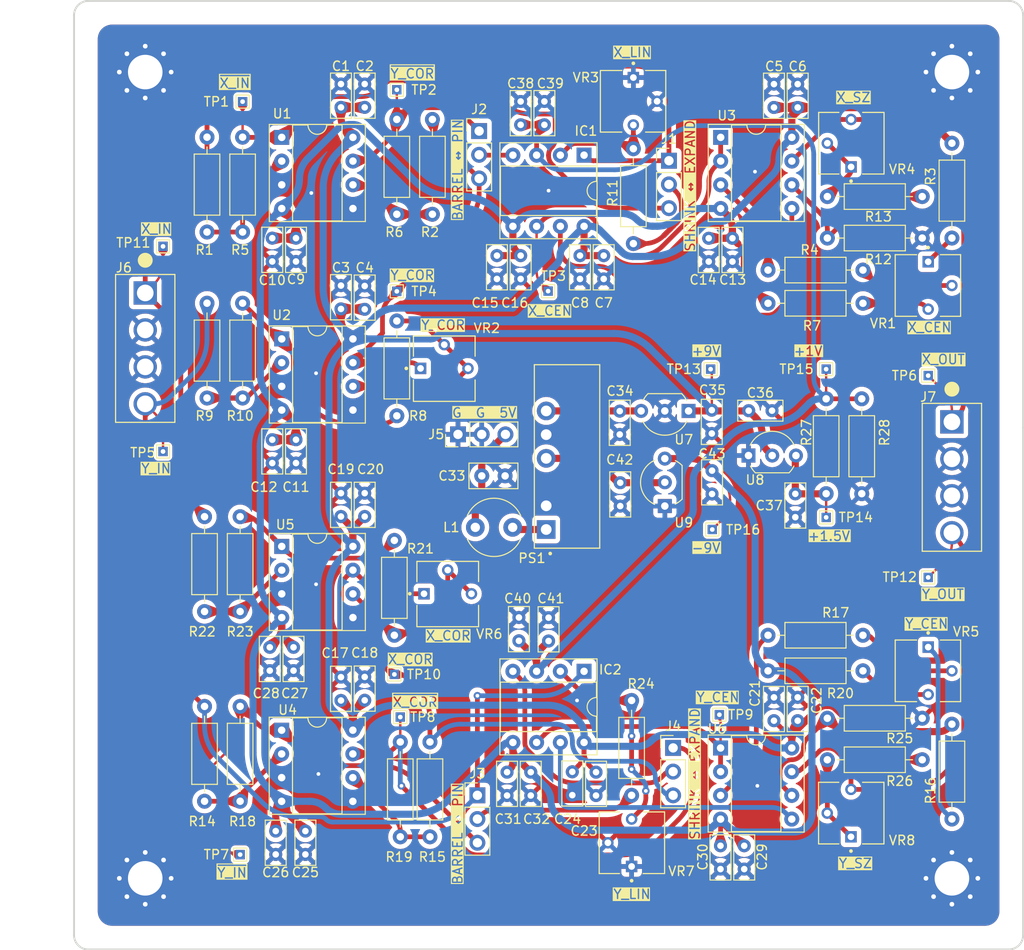
<source format=kicad_pcb>
(kicad_pcb (version 20240108) (generator "pcbnew") (generator_version "8.0")
  (layers (0 "F.Cu" signal) (31 "B.Cu" signal) (34 "B.Paste" user) (35 "F.Paste" user) (36 "B.SilkS" user "B.Silkscreen") (37 "F.SilkS" user "F.Silkscreen") (38 "B.Mask" user) (39 "F.Mask" user) (44 "Edge.Cuts" user))
  (net 0 "")
  (net 1 "+9V")
  (net 2 "GND")
  (net 3 "-9V")
  (net 4 "+12V")
  (net 5 "-12V")
  (net 6 "+1V5")
  (net 7 "+1V")
  (net 8 "/amps-x/X_LIN")
  (net 9 "Net-(IC2-Y2)")
  (net 10 "Net-(U3A-+)")
  (net 11 "Net-(U3B--)")
  (net 12 "/amps-x/X_CEN")
  (net 13 "Net-(U2A--)")
  (net 14 "Net-(IC2-W)")
  (net 15 "/amps-y/Y_CEN")
  (net 16 "Net-(U2B--)")
  (net 17 "Net-(U5B--)")
  (net 18 "/amps-y/Y_LIN")
  (net 19 "+5V")
  (net 20 "Net-(PS1-+VIN)")
  (net 21 "/amps-y/~{Y_IN}")
  (net 22 "/amps-y/~{X_COR}")
  (net 23 "/amps-y/X_COR")
  (net 24 "/amps-x/~{Y_COR}")
  (net 25 "/amps-x/Y_COR")
  (net 26 "/amps-x/~{X_IN}")
  (net 27 "Net-(U1A--)")
  (net 28 "Net-(U1B--)")
  (net 29 "Net-(R16-Pad1)")
  (net 30 "Net-(U4B--)")
  (net 31 "Net-(IC1-W)")
  (net 32 "Net-(IC1-Y2)")
  (net 33 "Net-(R3-Pad1)")
  (net 34 "Net-(U6A-+)")
  (net 35 "Net-(R4-Pad1)")
  (net 36 "Net-(R7-Pad2)")
  (net 37 "Net-(R10-Pad2)")
  (net 38 "Net-(R13-Pad2)")
  (net 39 "Net-(U4A--)")
  (net 40 "Net-(R17-Pad1)")
  (net 41 "Net-(R20-Pad2)")
  (net 42 "Net-(R21-Pad1)")
  (net 43 "Net-(U5A--)")
  (net 44 "Net-(U6B--)")
  (net 45 "Net-(R26-Pad2)")
  (net 46 "X_IN")
  (net 47 "Y_IN")
  (net 48 "X_OUT")
  (net 49 "Y_OUT")
  (net 50 "Net-(J1-Pin_2)")
  (net 51 "Net-(J3-Pin_2)")
  (footprint "Capacitor_THT:C_Rect_L4.6mm_W2.0mm_P2.50mm_MKS02_FKP02" (layer "F.Cu") (at 92.5431 64.2088)
    (property "Reference" "C36")
    (property "Value" "1uF")
  )
  (footprint "Capacitor_THT:C_Rect_L4.6mm_W2.0mm_P2.50mm_MKS02_FKP02" (layer "F.Cu") (at 77.0228 47.5992 -90)
    (property "Reference" "C7")
    (property "Value" ".1uF")
  )
  (footprint "3362P_1_103LF:TRIM_3362P-1-103LF" (layer "F.Cu") (at 103.505 35.56 90)
    (property "Reference" "VR4")
    (property "Value" "20k")
  )
  (footprint "TestPoint:TestPoint_THTPad_1.0x1.0mm_Drill0.5mm" (layer "F.Cu") (at 88.4682 59.7638)
    (property "Reference" "TP13")
    (property "Value" "TestPoint")
  )
  (footprint "Capacitor_THT:C_Rect_L4.6mm_W2.0mm_P2.50mm_MKS02_FKP02" (layer "F.Cu") (at 89.525 113.312144 90)
    (property "Reference" "C30")
    (property "Value" ".01uF")
  )
  (footprint "digikey-640385-4:TE_640385-4" (layer "F.Cu") (at 114.3 65.405 -90)
    (property "Reference" "J7")
    (property "Value" "640385-4")
  )
  (footprint "Resistor_THT:R_Axial_DIN0207_L6.3mm_D2.5mm_P10.16mm_Horizontal" (layer "F.Cu") (at 34.554 52.695 -90)
    (property "Reference" "R9")
    (property "Value" "100k")
  )
  (footprint "Capacitor_THT:C_Rect_L4.6mm_W2.0mm_P2.50mm_MKS02_FKP02" (layer "F.Cu") (at 44.079 69.82 90)
    (property "Reference" "C11")
    (property "Value" ".1uF")
  )
  (footprint "MountingHole:MountingHole_3.7mm_Pad_Via" (layer "F.Cu") (at 27.94 27.94)
    (property "Reference" "H1" (hide yes))
    (property "Value" "MountingHole_Pad")
  )
  (footprint "MountingHole:MountingHole_3.7mm_Pad_Via" (layer "F.Cu") (at 27.94 114.3)
    (property "Reference" "H3" (hide yes))
    (property "Value" "MountingHole_Pad")
  )
  (footprint "Resistor_THT:R_Axial_DIN0207_L6.3mm_D2.5mm_P10.16mm_Horizontal" (layer "F.Cu") (at 58.42 99.695 -90)
    (property "Reference" "R15")
    (property "Value" "100k")
  )
  (footprint "Resistor_THT:R_Axial_DIN0207_L6.3mm_D2.5mm_P10.16mm_Horizontal" (layer "F.Cu") (at 54.61 78.105 -90)
    (property "Reference" "R21")
    (property "Value" "10k")
  )
  (footprint "Capacitor_THT:C_Rect_L4.6mm_W2.0mm_P2.50mm_MKS02_FKP02" (layer "F.Cu") (at 68.1328 33.5892 90)
    (property "Reference" "C38")
    (property "Value" ".01uF")
  )
  (footprint "Capacitor_THT:C_Rect_L4.6mm_W2.0mm_P2.50mm_MKS02_FKP02" (layer "F.Cu") (at 78.74 64.2566 -90)
    (property "Reference" "C34")
    (property "Value" ".33uF")
  )
  (footprint "Capacitor_THT:C_Rect_L4.6mm_W2.0mm_P2.50mm_MKS02_FKP02" (layer "F.Cu") (at 76.2 102.93 -90)
    (property "Reference" "C23")
    (property "Value" ".1uF")
  )
  (footprint "TestPoint:TestPoint_THTPad_1.0x1.0mm_Drill0.5mm" (layer "F.Cu") (at 54.874 29.835)
    (property "Reference" "TP2")
    (property "Value" "TestPoint")
  )
  (footprint "Resistor_THT:R_Axial_DIN0207_L6.3mm_D2.5mm_P10.16mm_Horizontal" (layer "F.Cu") (at 94.615 52.705)
    (property "Reference" "R7")
    (property "Value" "1M")
  )
  (footprint "Capacitor_THT:C_Rect_L4.6mm_W2.0mm_P2.50mm_MKS02_FKP02" (layer "F.Cu") (at 88.6206 70.632 -90)
    (property "Reference" "C43")
    (property "Value" ".1uF")
  )
  (footprint "3362P_1_103LF:TRIM_3362P-1-103LF" (layer "F.Cu") (at 111.76 50.8 -90)
    (property "Reference" "VR1")
    (property "Value" "100k")
  )
  (footprint "Resistor_THT:R_Axial_DIN0207_L6.3mm_D2.5mm_P10.16mm_Horizontal" (layer "F.Cu") (at 104.648 73.0988 90)
    (property "Reference" "R28")
    (property "Value" "100k")
  )
  (footprint "Package_DIP:DIP-8_W7.62mm_Socket" (layer "F.Cu") (at 74.92 36.84 -90)
    (property "Reference" "IC1")
    (property "Value" "AD633JN")
  )
  (footprint "Capacitor_THT:C_Rect_L4.6mm_W2.0mm_P2.50mm_MKS02_FKP02" (layer "F.Cu") (at 97.79 97.417144 90)
    (property "Reference" "C22")
    (property "Value" ".01uF")
  )
  (footprint "Connector_PinHeader_2.54mm:PinHeader_1x03_P2.54mm_Vertical" (layer "F.Cu") (at 63.5 105.41)
    (property "Reference" "J3")
    (property "Value" "Conn_01x03_Male")
  )
  (footprint "Capacitor_THT:C_Rect_L4.6mm_W2.0mm_P2.50mm_MKS02_FKP02" (layer "F.Cu") (at 73.66 102.89 -90)
    (property "Reference" "C24")
    (property "Value" ".01uF")
  )
  (footprint "TestPoint:TestPoint_THTPad_1.0x1.0mm_Drill0.5mm" (layer "F.Cu") (at 100.838 75.6388)
    (property "Reference" "TP14")
    (property "Value" "TestPoint")
  )
  (footprint "Capacitor_THT:C_Rect_L4.6mm_W2.0mm_P2.50mm_MKS02_FKP02" (layer "F.Cu") (at 51.435 53.35 90)
    (property "Reference" "C4")
    (property "Value" ".01uF")
  )
  (footprint "Resistor_THT:R_Axial_DIN0207_L6.3mm_D2.5mm_P10.16mm_Horizontal" (layer "F.Cu") (at 34.29 75.565 -90)
    (property "Reference" "R22")
    (property "Value" "100k")
  )
  (footprint "Capacitor_THT:C_Rect_L4.6mm_W2.0mm_P2.50mm_MKS02_FKP02" (layer "F.Cu") (at 70.6728 33.5892 90)
    (property "Reference" "C39")
    (property "Value" ".1uF")
  )
  (footprint "Resistor_THT:R_Axial_DIN0207_L6.3mm_D2.5mm_P10.16mm_Horizontal" (layer "F.Cu") (at 58.684 33.01 -90)
    (property "Reference" "R2")
    (property "Value" "100k")
  )
  (footprint "Resistor_THT:R_Axial_DIN0207_L6.3mm_D2.5mm_P10.16mm_Horizontal" (layer "F.Cu") (at 55.245 109.855 90)
    (property "Reference" "R19")
    (property "Value" "100k")
  )
  (footprint "TestPoint:TestPoint_THTPad_1.0x1.0mm_Drill0.5mm" (layer "F.Cu") (at 38.364 31.105)
    (property "Reference" "TP1")
    (property "Value" "TestPoint")
  )
  (footprint "Package_DIP:DIP-8_W7.62mm_Socket" (layer "F.Cu") (at 42.545 98.435)
    (property "Reference" "U4")
    (property "Value" "TL082")
  )
  (footprint "Resistor_THT:R_Axial_DIN0207_L6.3mm_D2.5mm_P10.16mm_Horizontal" (layer "F.Cu") (at 111.125 97.155 180)
    (property "Reference" "R25")
    (property "Value" "10k")
  )
  (footprint "Package_DIP:DIP-8_W7.62mm_Socket" (layer "F.Cu") (at 42.555 78.75)
    (property "Reference" "U5")
    (property "Value" "TL082")
  )
  (footprint "TestPoint:TestPoint_THTPad_1.0x1.0mm_Drill0.5mm" (layer "F.Cu") (at 38.1 111.76 -90)
    (property "Reference" "TP7")
    (property "Value" "TestPoint")
  )
  (footprint "Capacitor_THT:C_Rect_L4.6mm_W2.0mm_P2.50mm_MKS02_FKP02" (layer "F.Cu") (at 88.265 48.24 90)
    (property "Reference" "C14")
    (property "Value" ".01uF")
  )
  (footprint "Capacitor_THT:C_Rect_L4.6mm_W2.0mm_P2.50mm_MKS02_FKP02" (layer "F.Cu") (at 41.539 69.82 90)
    (property "Reference" "C12")
    (property "Value" ".01uF")
  )
  (footprint "TestPoint:TestPoint_THTPad_1.0x1.0mm_Drill0.5mm" (layer "F.Cu") (at 111.76 82.072)
    (property "Reference" "TP12")
    (property "Value" "TestPoint")
  )
  (footprint "TestPoint:TestPoint_THTPad_1.0x1.0mm_Drill0.5mm" (layer "F.Cu") (at 54.61 92.456 -90)
    (property "Reference" "TP10")
    (property "Value" "TestPoint")
  )
  (footprint "Package_DIP:DIP-8_W7.62mm_Socket" (layer "F.Cu") (at 74.92 92.125 -90)
    (property "Reference" "IC2")
    (property "Value" "AD633JN")
  )
  (footprint "digikey-RD-0512D:CONV_RD-0512D" (layer "F.Cu") (at 73.096 69.1116 90)
    (property "Reference" "PS1")
    (property "Value" "RD-0512D")
  )
  (footprint "Capacitor_THT:C_Rect_L4.6mm_W2.0mm_P2.50mm_MKS02_FKP02" (layer "F.Cu") (at 97.79 31.73 90)
    (property "Reference" "C6")
    (property "Value" ".01uF")
  )
  (footprint "Capacitor_THT:C_Rect_L4.6mm_W2.0mm_P2.50mm_MKS02_FKP02" (layer "F.Cu") (at 67.945 88.86 90)
    (property "Reference" "C40")
    (property "Value" ".01uF")
  )
  (footprint "Resistor_THT:R_Axial_DIN0207_L6.3mm_D2.5mm_P10.16mm_Horizontal" (layer "F.Cu") (at 94.615 92.075)
    (property "Reference" "R20")
    (property "Value" "1M")
  )
  (footprint "Resistor_THT:R_Axial_DIN0207_L6.3mm_D2.5mm_P10.16mm_Horizontal" (layer "F.Cu") (at 104.775 88.265 180)
    (property "Reference" "R17")
    (property "Value" "100k")
  )
  (footprint "3362P_1_103LF:TRIM_3362P-1-103LF" (layer "F.Cu") (at 80.01 110.49 90)
    (property "Reference" "VR7")
    (property "Value" "20k")
  )
  (footprint "Capacitor_THT:C_Rect_L4.6mm_W2.0mm_P2.50mm_MKS02_FKP02" (layer "F.Cu") (at 45.085 111.74 90)
    (property "Reference" "C25")
    (property "Value" ".1uF")
  )
  (footprint "Resistor_THT:R_Axial_DIN0207_L6.3mm_D2.5mm_P10.16mm_Horizontal" (layer "F.Cu") (at 38.364 62.855 90)
    (property "Reference" "R10")
    (property "Value" "10k")
  )
  (footprint "Package_TO_SOT_THT:TO-92_Inline_Wide" (layer "F.Cu") (at 92.5231 69.0138)
    (property "Reference" "U8")
    (property "Value" "MCP1702-1502E/TO")
  )
  (footprint "Capacitor_THT:C_Rect_L4.6mm_W2.0mm_P2.50mm_MKS02_FKP02" (layer "F.Cu") (at 51.435 75.545 90)
    (property "Reference" "C20")
    (property "Value" ".01uF")
  )
  (footprint "TestPoint:TestPoint_THTPad_1.0x1.0mm_Drill0.5mm" (layer "F.Cu") (at 55.245 97.028)
    (property "Reference" "TP8")
    (property "Value" "TestPoint")
  )
  (footprint "Capacitor_THT:C_Rect_L4.6mm_W2.0mm_P2.50mm_MKS02_FKP02" (layer "F.Cu") (at 43.815 92.055 90)
    (property "Reference" "C27")
    (property "Value" ".1uF")
  )
  (footprint "Resistor_THT:R_Axial_DIN0207_L6.3mm_D2.5mm_P10.16mm_Horizontal" (layer "F.Cu") (at 54.874 43.17 90)
    (property "Reference" "R6")
    (property "Value" "100k")
  )
  (footprint "Capacitor_THT:C_Rect_L4.6mm_W2.0mm_P2.50mm_MKS02_FKP02" (layer "F.Cu") (at 68.1328 50.0992 90)
    (property "Reference" "C16")
    (property "Value" ".01uF")
  )
  (footprint "Capacitor_THT:C_Disc_D5.0mm_W2.5mm_P2.50mm" (layer "F.Cu") (at 63.9681 71.1938)
    (property "Reference" "C33")
    (property "Value" "10uF CER")
  )
  (footprint "MountingHole:MountingHole_3.7mm_Pad_Via" (layer "F.Cu") (at 114.3 114.3)
    (property "Reference" "H4" (hide yes))
    (property "Value" "MountingHole_Pad")
  )
  (footprint "Capacitor_THT:C_Rect_L4.6mm_W2.0mm_P2.50mm_MKS02_FKP02" (layer "F.Cu") (at 95.25 31.73 90)
    (property "Reference" "C5")
    (property "Value" ".1uF")
  )
  (footprint "Resistor_THT:R_Axial_DIN0207_L6.3mm_D2.5mm_P10.16mm_Horizontal" (layer "F.Cu") (at 80.1978 36.1492 -90)
    (property "Reference" "R11")
    (property "Value" "50k")
  )
  (footprint "Resistor_THT:R_Axial_DIN0207_L6.3mm_D2.5mm_P10.16mm_Horizontal" (layer "F.Cu") (at 114.3 45.72 90)
    (property "Reference" "R3")
    (property "Value" "1M")
  )
  (footprint "TestPoint:TestPoint_THTPad_1.0x1.0mm_Drill0.5mm" (layer "F.Cu") (at 88.646 76.9366)
    (property "Reference" "TP16")
    (property "Value" "TestPoint")
  )
  (footprint "TestPoint:TestPoint_THTPad_1.0x1.0mm_Drill0.5mm" (layer "F.Cu") (at 29.845 68.58)
    (property "Reference" "TP5")
    (property "Value" "TestPoint")
  )
  (footprint "Capacitor_THT:C_Rect_L4.6mm_W2.0mm_P2.50mm_MKS02_FKP02" (layer "F.Cu") (at 97.536 73.1188 -90)
    (property "Reference" "C37")
    (property "Value" "1uF")
  )
  (footprint "Capacitor_THT:C_Rect_L4.6mm_W2.0mm_P2.50mm_MKS02_FKP02" (layer "F.Cu") (at 48.895 31.72 90)
    (property "Reference" "C1")
    (property "Value" ".1uF")
  )
  (footprint "Resistor_THT:R_Axial_DIN0207_L6.3mm_D2.5mm_P10.16mm_Horizontal" (layer "F.Cu") (at 111.125 41.275 180)
    (property "Reference" "R13")
    (property "Value" "70k")
  )
  (footprint "Package_DIP:DIP-8_W7.62mm_Socket" (layer "F.Cu") (at 89.545 34.935)
    (property "Reference" "U3")
    (property "Value" "TL082")
  )
  (footprint "Resistor_THT:R_Axial_DIN0207_L6.3mm_D2.5mm_P10.16mm_Horizontal" (layer "F.Cu") (at 34.554 34.915 -90)
    (property "Reference" "R1")
    (property "Value" "100k")
  )
  (footprint "Capacitor_THT:C_Rect_L4.6mm_W2.0mm_P2.50mm_MKS02_FKP02" (layer "F.Cu") (at 51.435 31.72 90)
    (property "Reference" "C2")
    (property "Value" ".01uF")
  )
  (footprint "Resistor_THT:R_Axial_DIN0207_L6.3mm_D2.5mm_P10.16mm_Horizontal" (layer "F.Cu") (at 104.775 49.149 180)
    (property "Reference" "R4")
    (property "Value" "100k")
  )
  (footprint "Capacitor_THT:C_Rect_L4.6mm_W2.0mm_P2.50mm_MKS02_FKP02" (layer "F.Cu") (at 95.25 97.417144 90)
    (property "Reference" "C21")
    (property "Value" ".1uF")
  )
  (footprint "Capacitor_THT:C_Rect_L4.6mm_W2.0mm_P2.50mm_MKS02_FKP02" (layer "F.Cu") (at 48.895 75.545 90)
    (property "Reference" "C19")
    (property "Value" ".1uF")
  )
  (footprint "Resistor_THT:R_Axial_DIN0207_L6.3mm_D2.5mm_P10.16mm_Horizontal" (layer "F.Cu") (at 38.1 106.045 90)
    (property "Reference" "R18")
    (property "Value" "100k")
  )
  (footprint "TestPoint:TestPoint_THTPad_1.0x1.0mm_Drill0.5mm" (layer "F.Cu") (at 111.76 60.452)
    (property "Reference" "TP6")
    (property "Value" "TestPoint")
  )
  (footprint "TestPoint:TestPoint_THTPad_1.0x1.0mm_Drill0.5mm" (layer "F.Cu") (at 100.838 59.7638 -90)
    (property "Reference" "TP15")
    (property "Value" "TestPoint")
  )
  (footprint "Resistor_THT:R_Axial_DIN0207_L6.3mm_D2.5mm_P10.16mm_Horizontal" (layer "F.Cu") (at 54.874 64.76 90)
    (property "Reference" "R8")
    (property "Value" "10k")
  )
  (footprint "Resistor_THT:R_Axial_DIN0207_L6.3mm_D2.5mm_P10.16mm_Horizontal" (layer "F.Cu") (at 38.1 85.725 90)
    (property "Reference" "R23")
    (property "Value" "10k")
  )
  (footprint "3362P_1_103LF:TRIM_3362P-1-103LF" (layer "F.Cu") (at 60.325 83.82)
    (property "Reference" "VR6")
    (property "Value" "10k")
  )
  (footprint "Capacitor_THT:C_Rect_L4.6mm_W2.0mm_P2.50mm_MKS02_FKP02" (layer "F.Cu") (at 65.5928 50.0992 90)
    (property "Reference" "C15")
    (property "Value" ".1uF")
  )
  (footprint "3362P_1_103LF:TRIM_3362P-1-103LF" (layer "F.Cu") (at 59.954 59.68)
    (property "Reference" "VR2")
    (property "Value" "10k")
  )
  (footprint "Connector_PinHeader_2.54mm:PinHeader_1x03_P2.54mm_Vertical" (layer "F.Cu") (at 61.4231 66.7488 90)
    (property "Reference" "J5")
    (property "Value" "Conn_01x03_Male")
  )
  (footprint "Package_DIP:DIP-8_W7.62mm_Socket" (layer "F.Cu") (at 42.555 56.525)
    (property "Reference" "U2")
    (property "Value" "TL082")
  )
  (footprint "TestPoint:TestPoint_THTPad_1.0x1.0mm_Drill0.5mm" (layer "F.Cu") (at 71.0692 51.4042)
    (property "Reference" "TP3")
    (property "Value" "TestPoint")
  )
  (footprint "Package_DIP:DIP-8_W7.62mm_Socket" (layer "F.Cu") (at 42.555 34.935)
    (property "Reference" "U1")
    (property "Value" "TL082")
  )
  (footprint "Capacitor_THT:C_Rect_L4.6mm_W2.0mm_P2.50mm_MKS02_FKP02" (layer "F.Cu") (at 44.079 48.23 90)
    (property "Reference" "C9")
    (property "Value" ".1uF")
  )
  (footprint "Capacitor_THT:C_Rect_L4.6mm_W2.0mm_P2.50mm_MKS02_FKP02" (layer "F.Cu") (at 69.215 105.43 90)
    (property "Reference" "C32")
    (property "Value" ".01uF")
  )
  (footprint "Resistor_THT:R_Axial_DIN0207_L6.3mm_D2.5mm_P10.16mm_Horizontal" (layer "F.Cu") (at 111.125 101.6 180)
    (property "Reference" "R26")
    (property "Value" "70k")
  )
  (footprint "3362P_1_103LF:TRIM_3362P-1-103LF" (layer "F.Cu") (at 103.495 107.315 90)
    (property "Reference" "VR8")
    (property "Value" "20k")
  )
  (footprint "Capacitor_THT:C_Rect_L4.6mm_W2.0mm_P2.50mm_MKS02_FKP02" (layer "F.Cu") (at 88.5952 64.155 -90)
    (property "Reference" "C35")
    (property "Value" ".1uF")
  )
  (footprint "TestPoint:TestPoint_THTPad_1.0x1.0mm_Drill0.5mm" (layer "F.Cu") (at 89.408 96.774)
    (property "Reference" "TP9")
    (property "Value" "TestPoint")
  )
  (footprint "Capacitor_THT:C_Rect_L4.6mm_W2.0mm_P2.50mm_MKS02_FKP02" (layer "F.Cu") (at 71.12 88.88 90)
    (property "Reference" "C41")
    (property "Value" ".1uF")
  )
  (footprint "Connector_PinHeader_2.54mm:PinHeader_1x03_P2.54mm_Vertical" (layer "F.Cu") (at 63.6878 34.2592)
    (property "Reference" "J2")
    (property "Value" "Conn_01x03_Male")
  )
  (footprint "Capacitor_THT:C_Rect_L4.6mm_W2.0mm_P2.50mm_MKS02_FKP02" (layer "F.Cu") (at 48.895 95.25 90)
    (property "Reference" "C17")
    (property "Value" ".1uF")
  )
  (footprint "Package_TO_SOT_THT:TO-92_Inline_Wide" (layer "F.Cu") (at 86.106 64.2366 180)
    (property "Reference" "U7")
    (property "Value" "DI78L09ZAB")
  )
  (footprint "Capacitor_THT:C_Rect_L4.6mm_W2.0mm_P2.50mm_MKS02_FKP02" (layer "F.Cu") (at 92.065 113.312144 90)
    (property "Reference" "C29")
    (property "Value" ".1uF")
  )
  (footprint "3362P_1_103LF:TRIM_3362P-1-103LF" (layer "F.Cu") (at 111.76 92.075 -90)
    (property "Reference" "VR5")
    (property "Value" "100k")
  )
  (footprint "3362P_1_103LF:TRIM_3362P-1-103LF" (layer "F.Cu") (at 80.1978 31.0692 -90)
    (property "Reference" "VR3")
    (property "Value" "20k")
  )
  (footprint "Capacitor_THT:C_Rect_L4.6mm_W2.0mm_P2.50mm_MKS02_FKP02" (layer "F.Cu") (at 78.7908 71.9274 -90)
    (property "Reference" "C42")
    (property "Value" ".33uF")
  )
  (footprint "Inductor_THT:L_Radial_D6.0mm_P4.00mm" (layer "F.Cu") (at 63.278 76.708)
    (property "Reference" "L1")
    (property "Value" "22uH")
  )
  (footprint "Capacitor_THT:C_Rect_L4.6mm_W2.0mm_P2.50mm_MKS02_FKP02" (layer "F.Cu") (at 74.4828 47.5992 -90)
    (property "Reference" "C8")
    (property "Value" ".01uF")
  )
  (footprint "TestPoint:TestPoint_THTPad_1.0x1.0mm_Drill0.5mm" (layer "F.Cu") (at 54.874 51.425)
    (property "Reference" "TP4")
    (property "Value" "TestPoint")
  )
  (footprint "digikey-640385-4:TE_640385-4" (layer "F.Cu") (at 27.94 51.5975 -90)
    (property "Reference" "J6")
    (property "Value" "640385-4")
  )
  (footprint "Resistor_THT:R_Axial_DIN0207_L6.3mm_D2.5mm_P10.16mm_Horizontal" (layer "F.Cu") (at 114.3 107.95 90)
    (property "Reference" "R16")
    (property "Value" "1M")
  )
  (footprint "Connector_PinHeader_2.54mm:PinHeader_1x03_P2.54mm_Vertical" (layer "F.Cu") (at 84.455 100.33)
    (property "Reference" "J4")
    (property "Value" "Conn_01x03_Male")
  )
  (footprint "Resistor_THT:R_Axial_DIN0207_L6.3mm_D2.5mm_P10.16mm_Horizontal" (layer "F.Cu") (at 38.364 45.075 90)
    (property "Reference" "R5")
    (property "Value" "100k")
  )
  (footprint "Capacitor_THT:C_Rect_L4.6mm_W2.0mm_P2.50mm_MKS02_FKP02" (layer "F.Cu") (at 41.91 111.74 90)
    (property "Reference" "C26")
    (property "Value" ".01uF")
  )
  (footprint "LOGO" (layer "F.Cu") (at 107.696 117.094)
    (property "Reference" "G***" (hide yes))
    (property "Value" "LOGO" (hide yes))
  )
  (footprint "MountingHole:MountingHole_3.7mm_Pad_Via" (layer "F.Cu") (at 114.3 27.94)
    (property "Reference" "H2" (hide yes))
    (property "Value" "MountingHole_Pad")
  )
  (footprint "Resistor_THT:R_Axial_DIN0207_L6.3mm_D2.5mm_P10.16mm_Horizontal" (layer "F.Cu") (at 80.01 95.25 -90)
    (property "Reference" "R24")
    (property "Value" "50k")
  )
  (footprint "Resistor_THT:R_Axial_DIN0207_L6.3mm_D2.5mm_P10.16mm_Horizontal" (layer "F.Cu") (at 100.838 62.9388 -90)
    (property "Reference" "R27")
    (property "Value" "50k")
  )
  (footprint "Capacitor_THT:C_Rect_L4.6mm_W2.0mm_P2.50mm_MKS02_FKP02" (layer "F.Cu") (at 41.539 48.23 90)
    (property "Reference" "C10")
    (property "Value" ".01uF")
  )
  (footprint "Capacitor_THT:C_Rect_L4.6mm_W2.0mm_P2.50mm_MKS02_FKP02" (layer "F.Cu") (at 51.435 95.23 90)
    (property "Reference" "C18")
    (property "Value" ".01uF")
  )
  (footprint "TestPoint:TestPoint_THTPad_1.0x1.0mm_Drill0.5mm" (layer "F.Cu") (at 29.845 46.609 -90)
    (property "Reference" "TP11")
    (property "Value" "TestPoint")
  )
  (footprint "Capacitor_THT:C_Rect_L4.6mm_W2.0mm_P2.50mm_MKS02_FKP02" (layer "F.Cu") (at 66.675 105.43 90)
    (property "Reference" "C31")
    (property "Value" ".1uF")
  )
  (footprint "Package_DIP:DIP-8_W7.62mm_Socket" (layer "F.Cu") (at 89.535 100.34)
    (property "Reference" "U6")
    (property "Value" "TL082")
  )
  (footprint "Connector_PinHeader_2.54mm:PinHeader_1x03_P2.54mm_Vertical" (layer "F.Cu") (at 84.0078 37.4342)
    (property "Reference" "J1")
    (property "Value" "Conn_01x03_Male")
  )
  (footprint "Capacitor_THT:C_Rect_L4.6mm_W2.0mm_P2.50mm_MKS02_FKP02" (layer "F.Cu") (at 41.275 92.055 90)
    (property "Reference" "C28")
    (property "Value" ".01uF")
  )
  (footprint "Capacitor_THT:C_Rect_L4.6mm_W2.0mm_P2.50mm_MKS02_FKP02" (layer "F.Cu") (at 48.895 53.31 90)
    (property "Reference" "C3")
    (property "Value" ".1uF")
  )
  (footprint "Resistor_THT:R_Axial_DIN0207_L6.3mm_D2.5mm_P10.16mm_Horizontal" (layer "F.Cu") (at 34.29 95.885 -90)
    (property "Reference" "R14")
    (property "Value" "100k")
  )
  (footprint "Resistor_THT:R_Axial_DIN0207_L6.3mm_D2.5mm_P10.16mm_Horizontal" (layer "F.Cu") (at 111.125 45.72 180)
    (property "Reference" "R12")
    (property "Value" "10k")
  )
  (footprint "Capacitor_THT:C_Rect_L4.6mm_W2.0mm_P2.50mm_MKS02_FKP02" (layer "F.Cu") (at 90.805 48.24 90)
    (property "Reference" "C13")
    (property "Value" ".1uF")
  )
  (footprint "Package_TO_SOT_THT:TO-92_Inline_Wide" (layer "F.Cu") (at 83.566 74.422 90)
    (property "Reference" "U9")
    (property "Value" "DI79L09ZAB")
  )
  (gr_line (start 121.92 21.844) (end 121.92 66.04) (stroke (width 0.2)) (layer "Edge.Cuts"))
  (gr_line (start 21.844 20.32) (end 120.396 20.32) (stroke (width 0.2)) (layer "Edge.Cuts"))
  (gr_arc (start 120.396 20.32) (mid 121.473631 20.766369) (end 121.92 21.844) (stroke (width 0.2)) (layer "Edge.Cuts"))
  (gr_arc (start 21.844 121.92) (mid 20.766369 121.473631) (end 20.32 120.396) (stroke (width 0.2)) (layer "Edge.Cuts"))
  (gr_line (start 20.32 120.396) (end 20.32 21.844) (stroke (width 0.2)) (layer "Edge.Cuts"))
  (gr_arc (start 20.32 21.844) (mid 20.766369 20.766369) (end 21.844 20.32) (stroke (width 0.2)) (layer "Edge.Cuts"))
  (gr_line (start 120.396 121.92) (end 21.844 121.92) (stroke (width 0.2)) (layer "Edge.Cuts"))
  (gr_line (start 121.92 66.04) (end 121.92 120.396) (stroke (width 0.2)) (layer "Edge.Cuts"))
  (gr_arc (start 121.92 120.396) (mid 121.473631 121.473631) (end 120.396 121.92) (stroke (width 0.2)) (layer "Edge.Cuts"))
  (gr_text "X_IN" (at 27.432 45.339 0) (layer "F.SilkS" knockout) (effects (font (size 1 1) (thickness 0.15) (bold yes)) (justify left bottom)))
  (gr_text "~{Y_IN}" (at 35.56 114.3 0) (layer "F.SilkS" knockout) (effects (font (size 1 1) (thickness 0.15) (bold yes)) (justify left bottom)))
  (gr_text "-9V" (at 86.36 79.502 0) (layer "F.SilkS" knockout) (effects (font (size 1 1) (thickness 0.15) (bold yes)) (justify left bottom)))
  (gr_text "Y_SZ" (at 102.108 113.284 0) (layer "F.SilkS" knockout) (effects (font (size 1 1) (thickness 0.15) (bold yes)) (justify left bottom)))
  (gr_text "SHRINK ↔ EXPAND" (at 87.376 110.236 90) (layer "F.SilkS" knockout) (effects (font (size 1 1) (thickness 0.15) (bold yes)) (justify left bottom)))
  (gr_text "X_COR" (at 53.848 91.44 0) (layer "F.SilkS" knockout) (effects (font (size 1 1) (thickness 0.15) (bold yes)) (justify left bottom)))
  (gr_text "~{X_COR}" (at 54.356 96.012 0) (layer "F.SilkS" knockout) (effects (font (size 1 1) (thickness 0.15) (bold yes)) (justify left bottom)))
  (gr_text "Y_CEN" (at 109.22 87.63 0) (layer "F.SilkS" knockout) (effects (font (size 1 1) (thickness 0.15) (bold yes)) (justify left bottom)))
  (gr_text "Y_LIN" (at 77.978 116.586 0) (layer "F.SilkS" knockout) (effects (font (size 1 1) (thickness 0.15) (bold yes)) (justify left bottom)))
  (gr_text "G  G  5V" (at 60.706 65.024 0) (layer "F.SilkS" knockout) (effects (font (size 1 1) (thickness 0.15) (bold yes)) (justify left bottom)))
  (gr_text "X_COR" (at 57.912 88.9 0) (layer "F.SilkS" knockout) (effects (font (size 1 1) (thickness 0.15) (bold yes)) (justify left bottom)))
  (gr_text "SHRINK ↔ EXPAND" (at 86.868 47.244 90) (layer "F.SilkS" knockout) (effects (font (size 1 1) (thickness 0.15) (bold yes)) (justify left bottom)))
  (gr_text "~{X_IN}" (at 35.814 29.718 0) (layer "F.SilkS" knockout) (effects (font (size 1 1) (thickness 0.15) (bold yes)) (justify left bottom)))
  (gr_text "+9V" (at 86.36 58.42 0) (layer "F.SilkS" knockout) (effects (font (size 1 1) (thickness 0.15) (bold yes)) (justify left bottom)))
  (gr_text "Y_OUT" (at 110.998 84.455 0) (layer "F.SilkS" knockout) (effects (font (size 1 1) (thickness 0.15) (bold yes)) (justify left bottom)))
  (gr_text "Y_IN" (at 27.432 70.993 0) (layer "F.SilkS" knockout) (effects (font (size 1 1) (thickness 0.15) (bold yes)) (justify left bottom)))
  (gr_text "X_LIN" (at 77.978 26.416 0) (layer "F.SilkS" knockout) (effects (font (size 1 1) (thickness 0.15) (bold yes)) (justify left bottom)))
  (gr_text "Y_COR" (at 54.102 50.292 0) (layer "F.SilkS" knockout) (effects (font (size 1 1) (thickness 0.15) (bold yes)) (justify left bottom)))
  (gr_text "~{Y_COR}" (at 54.102 28.702 0) (layer "F.SilkS" knockout) (effects (font (size 1 1) (thickness 0.15) (bold yes)) (justify left bottom)))
  (gr_text "+1V" (at 97.282 58.42 0) (layer "F.SilkS" knockout) (effects (font (size 1 1) (thickness 0.15) (bold yes)) (justify left bottom)))
  (gr_text "Y_COR" (at 57.404 55.626 0) (layer "F.SilkS" knockout) (effects (font (size 1 1) (thickness 0.15) (bold yes)) (justify left bottom)))
  (gr_text "X_OUT" (at 110.998 59.309 0) (layer "F.SilkS" knockout) (effects (font (size 1 1) (thickness 0.15) (bold yes)) (justify left bottom)))
  (gr_text " BARREL ↔ PIN" (at 61.976 44.704 90) (layer "F.SilkS" knockout) (effects (font (size 1 1) (thickness 0.15) (bold yes)) (justify left bottom)))
  (gr_text "+1.5V" (at 98.806 78.232 0) (layer "F.SilkS" knockout) (effects (font (size 1 1) (thickness 0.15) (bold yes)) (justify left bottom)))
  (gr_text "X_CEN" (at 109.474 55.88 0) (layer "F.SilkS" knockout) (effects (font (size 1 1) (thickness 0.15) (bold yes)) (justify left bottom)))
  (gr_text "Y_CEN" (at 86.868 95.504 0) (layer "F.SilkS" knockout) (effects (font (size 1 1) (thickness 0.15) (bold yes)) (justify left bottom)))
  (gr_text " BARREL ↔ PIN" (at 61.976 115.824 90) (layer "F.SilkS" knockout) (effects (font (size 1 1) (thickness 0.15) (bold yes)) (justify left bottom)))
  (gr_text "X_SZ" (at 101.854 31.242 0) (layer "F.SilkS" knockout) (effects (font (size 1 1) (thickness 0.15) (bold yes)) (justify left bottom)))
  (gr_text "X_CEN" (at 68.834 54.102 0) (layer "F.SilkS" knockout) (effects (font (size 1 1) (thickness 0.15) (bold yes)) (justify left bottom)))
  (segment (start 86.106 64.2366) (end 88.63211 64.2366) (width 0.762) (layer "F.Cu") (net 1))
  (segment (start 93.26155 64.92725) (end 92.5431 64.2088) (width 0.762) (layer "F.Cu") (net 1))
  (segment (start 49.535 76.185) (end 48.895 75.545) (width 0.762) (layer "F.Cu") (net 1))
  (segment (start 50.165 98.435) (end 50.165 97.418025) (width 0.762) (layer "F.Cu") (net 1))
  (segment (start 49.535 34.295) (end 50.175 34.935) (width 0.762) (layer "F.Cu") (net 1))
  (segment (start 97.199147 98.18572) (end 97.199147 100.264636) (width 0.508) (layer "F.Cu") (net 1))
  (segment (start 74.92 100.739045) (end 74.92 99.745) (width 0.508) (layer "F.Cu") (net 1))
  (segment (start 50.8 95.865) (end 51.435 95.23) (width 0.762) (layer "F.Cu") (net 1))
  (segment (start 106.344239 98.589999) (end 112.934316 98.589999) (width 0.762) (layer "F.Cu") (net 1))
  (segment (start 100.925514 95.774) (end 101.002376 95.774001) (width 0.762) (layer "F.Cu") (net 1))
  (segment (start 94.52155 68.47225) (end 95.0631 69.0138) (width 0.762) (layer "F.Cu") (net 1))
  (segment (start 102.945028 97.181999) (end 101.915095 96.152066) (width 0.762) (layer "F.Cu") (net 1))
  (segment (start 97.348058 31.73) (end 95.25 31.73) (width 0.762) (layer "F.Cu") (net 1))
  (segment (start 92.495642 64.2366) (end 88.646 64.2366) (width 0.762) (layer "F.Cu") (net 1))
  (segment (start 50.175 78.75) (end 50.175 77.730096) (width 0.762) (layer "F.Cu") (net 1))
  (segment (start 74.92 100.744903) (end 74.92 99.745) (width 0.508) (layer "F.Cu") (net 1))
  (segment (start 96.795133 98.962277) (end 95.25 97.417144) (width 0.508) (layer "F.Cu") (net 1))
  (segment (start 99.881593 96.206406) (end 97.652449 98.43555) (width 0.762) (layer "F.Cu") (net 1))
  (segment (start 97.165 32.796941) (end 97.165 34.935) (width 0.762) (layer "F.Cu") (net 1))
  (segment (start 113.9 98.189999) (end 114.3 97.79) (width 0.762) (layer "F.Cu") (net 1))
  (segment (start 49.535 55.885) (end 50.175 56.525) (width 0.762) (layer "F.Cu") (net 1))
  (segment (start 93.98 67.164832) (end 93.98 66.661741) (width 0.762) (layer "F.Cu") (net 1))
  (segment (start 49.53 95.885) (end 48.895 95.25) (width 0.762) (layer "F.Cu") (net 1))
  (segment (start 50.175 78.75) (end 50.175 77.695954) (width 0.762) (layer "F.Cu") (net 1))
  (segment (start 74.92 46.852852) (end 74.92 44.46) (width 0.762) (layer "F.Cu") (net 1))
  (segment (start 88.5952 59.980602) (end 88.5952 64.155) (width 0.25) (layer "F.Cu") (net 1))
  (segment (start 50.805 76.175) (end 51.435 75.545) (width 0.762) (layer "F.Cu") (net 1))
  (segment (start 108.236036 31.75) (end 98.448 31.75) (width 0.762) (layer "F.Cu") (net 1))
  (segment (start 74.791947 47.5992) (end 77.0228 47.5992) (width 0.762) (layer "F.Cu") (net 1))
  (segment (start 97.155 99.6365) (end 97.155 99.831072) (width 0.762) (layer "F.Cu") (net 1))
  (segment (start 50.165 97.398025) (end 50.165 98.435) (width 0.762) (layer "F.Cu") (net 1))
  (segment (start 48.895 31.72) (end 51.435 31.72) (width 0.762) (layer "F.Cu") (net 1))
  (segment (start 48.895 54.339903) (end 48.895 53.31) (width 0.762) (layer "F.Cu") (net 1))
  (segment (start 97.4725 97.734644) (end 97.79 97.417144) (width 0.508) (layer "F.Cu") (net 1))
  (segment (start 92.557 64.2227) (end 93.1681 64.8338) (width 0.762) (layer "F.Cu") (net 1))
  (segment (start 74.29 102.26) (end 73.66 102.89) (width 0.508) (layer "F.Cu") (net 1))
  (segment (start 97.165 34.935) (end 97.165 33.033) (width 0.508) (layer "F.Cu") (net 1))
  (segment (start 75.56 102.29) (end 76.2 102.93) (width 0.508) (layer "F.Cu") (net 1))
  (segment (start 112.083792 33.343792) (end 114.3 35.56) (width 0.762) (layer "F.Cu") (net 1))
  (segment (start 48.895 31.72) (end 48.895 32.749903) (width 0.762) (layer "F.Cu") (net 1))
  (segment (start 48.895 53.31) (end 51.366715 53.31) (width 0.762) (layer "F.Cu") (net 1))
  (arc (start 96.795133 98.962277) (mid 97.061473 99.360883) (end 97.155 99.831072) (width 0.508) (layer "F.Cu") (net 1))
  (arc (start 93.98 66.661741) (mid 93.79328 65.723041) (end 93.26155 64.92725) (width 0.762) (layer "F.Cu") (net 1))
  (arc (start 97.199147 98.18572) (mid 97.309214 97.94386) (end 97.4725 97.734644) (width 0.508) (layer "F.Cu") (net 1))
  (arc (start 93.98 67.164832) (mid 94.120744 67.872401) (end 94.52155 68.47225) (width 0.762) (layer "F.Cu") (net 1))
  (arc (start 75.56 102.29) (mid 75.08633 101.581103) (end 74.92 100.744903) (width 0.508) (layer "F.Cu") (net 1))
  (arc (start 102.945028 97.181999) (mid 104.504599 98.224071) (end 106.344239 98.589999) (width 0.762) (layer "F.Cu") (net 1))
  (arc (start 112.083792 33.343792) (mid 110.318426 32.164213) (end 108.236036 31.75) (width 0.762) (layer "F.Cu") (net 1))
  (arc (start 49.535 76.185) (mid 50.008669 76.893896) (end 50.175 77.730096) (width 0.762) (layer "F.Cu") (net 1))
  (arc (start 49.535 34.295) (mid 49.06133 33.586103) (end 48.895 32.749903) (width 0.762) (layer "F.Cu") (net 1))
  (arc (start 113.9 98.189999) (mid 113.45694 98.486042) (end 112.934316 98.589999) (width 0.762) (layer "F.Cu") (net 1))
  (arc (start 50.805 76.175) (mid 50.338731 76.872819) (end 50.175 77.695954) (width 0.762) (layer "F.Cu") (net 1))
  (arc (start 50.165 97.418025) (mid 49.999968 96.588357) (end 49.53 95.885) (width 0.762) (layer "F.Cu") (net 1))
  (arc (start 101.915095 96.152066) (mid 101.496336 95.87226) (end 101.002376 95.774001) (width 0.762) (layer "F.Cu") (net 1))
  (arc (start 100.925514 95.774) (mid 100.360548 95.886378) (end 99.881593 96.206406) (width 0.762) (layer "F.Cu") (net 1))
  (arc (start 97.4775 32.0425) (mid 97.517181 31.843004) (end 97.348058 31.73) (width 0.762) (layer "F.Cu") (net 1))
  (arc (start 97.652449 98.43555) (mid 97.284282 98.98655) (end 97.155 99.6365) (width 0.762) (layer "F.Cu") (net 1))
  (arc (start 50.165 97.398025) (mid 50.330031 96.568357) (end 50.8 95.865) (width 0.762) (layer "F.Cu") (net 1))
  (arc (start 74.92 46.852852) (mid 74.863187 47.138467) (end 74.7014 47.3806) (width 0.762) (layer "F.Cu") (net 1))
  (arc (start 74.92 100.739045) (mid 74.756268 101.56218) (end 74.29 102.26) (width 0.508) (layer "F.Cu") (net 1))
  (arc (start 49.535 55.885) (mid 49.06133 55.176103) (end 48.895 54.339903) (width 0.762) (layer "F.Cu") (net 1))
  (arc (start 97.4775 32.0425) (mid 97.246216 32.38864) (end 97.165 32.796941) (width 0.762) (layer "F.Cu") (net 1))
  (segment (start 96.4745 35.6255) (end 97.165 34.935) (width 0.762) (layer "B.Cu") (net 1))
  (segment (start 47.614 74.378099) (end 47.614 60.8969) (width 0.762) (layer "B.Cu") (net 1))
  (segment (start 76.649012 44.899012) (end 78.962349 47.212349) (width 0.762) (layer "B.Cu") (net 1))
  (segment (start 50.175 56.525) (end 48.8945 57.8055) (width 0.762) (layer "B.Cu") (net 1))
  (segment (start 81.981992 57.541792) (end 88.5952 64.155) (width 0.762) (layer "B.Cu") (net 1))
  (segment (start 85.974563 46.096406) (end 87.434207 44.636763) (width 0.762) (layer "B.Cu") (net 1))
  (segment (start 89.581131 43.936) (end 89.126 43.936) (width 0.762) (layer "B.Cu") (net 1))
  (segment (start 48.029253 96.299253) (end 50.165 98.435) (width 0.762) (layer "B.Cu") (net 1))
  (segment (start 95.093499 38.959529) (end 90.495964 43.557064) (width 0.762) (layer "B.Cu") (net 1))
  (segment (start 92.546059 98.899) (end 83.692358 98.899) (width 0.758) (layer "B.Cu") (net 1))
  (segment (start 50.175 56.525) (end 48.5825 54.9325) (width 0.762) (layer "B.Cu") (net 1))
  (segment (start 48.8945 77.4695) (end 50.175 78.75) (width 0.762) (layer "B.Cu") (net 1))
  (segment (start 51.5035 97.0965) (end 50.165 98.435) (width 0.762) (layer "B.Cu") (net 1))
  (segment (start 50.175 56.525) (end 52.534203 54.165796) (width 0.762) (layer "B.Cu") (net 1))
  (segment (start 50.175 56.525) (end 58.475256 56.525) (width 0.762) (layer "B.Cu") (net 1))
  (segment (start 46.99 51.087864) (end 46.99 40.372135) (width 0.762) (layer "B.Cu") (net 1))
  (segment (start 50.175 78.75) (end 48.8945 80.0305) (width 0.762) (layer "B.Cu") (net 1))
  (segment (start 67.286136 53.219) (end 54.819969 53.219) (width 0.762) (layer "B.Cu") (net 1))
  (segment (start 67.296777 53.214592) (end 71.9492 48.562169) (width 0.762) (layer "B.Cu") (net 1))
  (segment (start 96.02494 100.34) (end 97.155 100.34) (width 0.762) (layer "B.Cu") (net 1))
  (segment (start 75.565 44.45) (end 75.2475 44.45) (width 0.762) (layer "B.Cu") (net 1))
  (segment (start 72.749199 46.6308) (end 74.705493 44.674506) (width 0.762) (layer "B.Cu") (net 1))
  (segment (start 78.134236 55.948) (end 59.868257 55.948) (width 0.762) (layer "B.Cu") (net 1))
  (segment (start 80.638377 100.164) (end 75.635277 100.164) (width 0.758) (layer "B.Cu") (net 1))
  (segment (start 73.782 96.896) (end 74.31507 97.42907) (width 0.762) (layer "B.Cu") (net 1))
  (segment (start 71.034624 95.758) (end 54.734924 95.758) (width 0.762) (layer "B.Cu") (net 1))
  (segment (start 74.92 98.8895) (end 74.92 99.448722) (width 0.762) (layer "B.Cu") (net 1))
  (segment (start 48.5825 36.5275) (end 50.175 34.935) (width 0.762) (layer "B.Cu") (net 1))
  (segment (start 80.115985 47.6902) (end 82.126807 47.6902) (width 0.762) (layer "B.Cu") (net 1))
  (segment (start 47.614 83.1219) (end 47.614 95.296743) (width 0.762) (layer "B.Cu") (net 1))
  (arc (start 52.534203 54.165796) (mid 53.582921 53.465064) (end 54.819969 53.219) (width 0.762) (layer "B.Cu") (net 1))
  (arc (start 51.5035 97.0965) (mid 52.98609 96.105864) (end 54.734924 95.758) (width 0.762) (layer "B.Cu") (net 1))
  (arc (start 72.3492 47.596485) (mid 72.453156 47.07386) (end 72.749199 46.6308) (width 0.762) (layer "B.Cu") (net 1))
  (arc (start 87.434207 44.636763) (mid 88.210408 44.118122) (end 89.126 43.936) (width 0.762) (layer "B.Cu") (net 1))
  (arc (start 47.614 74.378099) (mid 47.946791 76.051153) (end 48.8945 77.4695) (width 0.762) (layer "B.Cu") (net 1))
  (arc (start 71.9492 48.562169) (mid 72.245243 48.119109) (end 72.3492 47.596485) (width 0.762) (layer "B.Cu") (net 1))
  (arc (start 59.171757 56.2365) (mid 59.491314 56.022978) (end 59.868257 55.948) (width 0.762) (layer "B.Cu") (net 1))
  (arc (start 78.134236 55.948) (mid 80.216626 56.362213) (end 81.981992 57.541792) (width 0.762) (layer "B.Cu") (net 1))
  (arc (start 74.92 98.8895) (mid 74.762783 98.099121) (end 74.31507 97.42907) (width 0.762) (layer "B.Cu") (net 1))
  (arc (start 67.296777 53.214592) (mid 67.291895 53.217854) (end 67.286136 53.219) (width 0.762) (layer "B.Cu") (net 1))
  (arc (start 48.8945 57.8055) (mid 47.946791 59.223846) (end 47.614 60.8969) (width 0.762) (layer "B.Cu") (net 1))
  (arc (start 89.581131 43.936) (mid 90.076235 43.837518) (end 90.495964 43.557064) (width 0.762) (layer "B.Cu") (net 1))
  (arc (start 94.2855 99.6195) (mid 95.083562 100.152748) (end 96.02494 100.34) (width 0.758) (layer "B.Cu") (net 1))
  (arc (start 83.692358 98.899) (mid 82.865956 99.063381) (end 82.165368 99.5315) (width 0.758) (layer "B.Cu") (net 1))
  (arc (start 73.782 96.896) (mid 72.521493 96.053756) (end 71.034624 95.758) (width 0.762) (layer "B.Cu") (net 1))
  (arc (start 48.5825 54.9325) (mid 47.403877 53.168566) (end 46.99 51.087864) (width 0.762) (layer "B.Cu") (net 1))
  (arc (start 80.638377 100.164) (mid 81.464778 99.999618) (end 82.165368 99.5315) (width 0.758) (layer "B.Cu") (net 1))
  (arc (start 46.99 40.372135) (mid 47.403877 38.291433) (end 48.5825 36.5275) (width 0.762) (layer "B.Cu") (net 1))
  (arc (start 95.093499 38.959529) (mid 95.604544 38.194696) (end 95.784 37.292514) (width 0.762) (layer "B.Cu") (net 1))
  (arc (start 85.974563 46.096406) (mid 84.209197 47.275986) (end 82.126807 47.6902) (width 0.762) (layer "B.Cu") (net 1))
  (arc (start 47.614 83.1219) (mid 47.946791 81.448846) (end 48.8945 80.0305) (width 0.762) (layer "B.Cu") (net 1))
  (arc (start 94.2855 99.6195) (mid 93.487437 99.086251) (end 92.546059 98.899) (width 0.758) (layer "B.Cu") (net 1))
  (arc (start 75.635277 100.164) (mid 75.361552 100.109552) (end 75.1295 99.9545) (width 0.762) (layer "B.Cu") (net 1))
  (arc (start 96.4745 35.6255) (mid 95.963455 36.390332) (end 95.784 37.292514) (width 0.762) (layer "B.Cu") (net 1))
  (arc (start 75.565 44.45) (mid 76.151663 44.566694) (end 76.649012 44.899012) (width 0.762) (layer "B.Cu") (net 1))
  (arc (start 67.296777 53.214592) (mid 67.291895 53.217854) (end 67.286136 53.219) (width 0.762) (layer "B.Cu") (net 1))
  (arc (start 48.029253 96.299253) (mid 47.721921 95.839298) (end 47.614 95.296743) (width 0.762) (layer "B.Cu") (net 1))
  (arc (start 59.171757 56.2365) (mid 58.852199 56.450021) (end 58.475256 56.525) (width 0.762) (layer "B.Cu") (net 1))
  (arc (start 78.962349 47.212349) (mid 79.491642 47.566011) (end 80.115985 47.6902) (width 0.762) (layer "B.Cu") (net 1))
  (via (at 45.72 40.894) (size 0.8) (drill 0.4) (layers "F.Cu" "B.Cu") (net 2))
  (via (at 46.482 103.124) (size 0.8) (drill 0.4) (layers "F.Cu" "B.Cu") (net 2))
  (via (at 46.228 60.198) (size 0.8) (drill 0.4) (layers "F.Cu" "B.Cu") (net 2))
  (via (at 46.228 82.804) (size 0.8) (drill 0.4) (layers "F.Cu" "B.Cu") (net 2))
  (via (at 71.12 40.64) (size 0.8) (drill 0.4) (layers "F.Cu" "B.Cu") (net 2))
  (via (at 93.218 38.608) (size 0.8) (drill 0.4) (layers "F.Cu" "B.Cu") (net 2))
  (via (at 93.472 104.394) (size 0.8) (drill 0.4) (layers "F.Cu" "B.Cu") (net 2))
  (via (at 74.168 95.25) (size 0.8) (drill 0.4) (layers "F.Cu" "B.Cu") (net 2))
  (segment (start 76.16 105.39) (end 76.2 105.43) (width 0.508) (layer "B.Cu") (net 2))
  (segment (start 44.079 67.32) (end 44.079 66.4945) (width 0.762) (layer "F.Cu") (net 3))
  (segment (start 42.555 87.404045) (end 42.555 86.37) (width 0.762) (layer "F.Cu") (net 3))
  (segment (start 89.648895 108.396039) (end 92.065 110.812144) (width 0.508) (layer "F.Cu") (net 3))
  (segment (start 89.535 110.795072) (end 89.535 108.121072) (width 0.508) (layer "F.Cu") (net 3))
  (segment (start 67.543921 47.5992) (end 65.5928 47.5992) (width 0.762) (layer "F.Cu") (net 3))
  (segment (start 90.175 43.185) (end 89.545 42.555) (width 0.762) (layer "F.Cu") (net 3))
  (segment (start 67.3 46.177521) (end 67.3 44.46) (width 0.762) (layer "F.Cu") (net 3))
  (segment (start 89.652974 71.593574) (end 88.646 70.5866) (width 0.254) (layer "F.Cu") (net 3))
  (segment (start 89.988998 45.74) (end 88.265 45.74) (width 0.762) (layer "F.Cu") (net 3))
  (segment (start 90.805 44.705954) (end 90.805 44.923998) (width 0.762) (layer "F.Cu") (net 3))
  (segment (start 93.07446 51.16446) (end 94.615 52.705) (width 0.508) (layer "F.Cu") (net 3))
  (segment (start 87.9756 69.987) (end 88.6206 70.632) (width 0.762) (layer "F.Cu") (net 3))
  (segment (start 43.495283 43.495283) (end 42.555 42.555) (width 0.762) (layer "F.Cu") (net 3))
  (segment (start 89.652974 75.929625) (end 88.646 76.9366) (width 0.254) (layer "F.Cu") (net 3))
  (segment (start 44.079 44.9045) (end 44.079 45.73) (width 0.762) (layer "F.Cu") (net 3))
  (segment (start 43.495283 65.085283) (end 42.555 64.145) (width 0.762) (layer "F.Cu") (net 3))
  (segment (start 43.185 88.925) (end 43.815 89.555) (width 0.762) (layer "F.Cu") (net 3))
  (segment (start 86.418432 69.342) (end 83.566 69.342) (width 0.762) (layer "F.Cu") (net 3))
  (segment (start 42.773041 106.928041) (end 45.085 109.24) (width 0.762) (layer "F.Cu") (net 3))
  (segment (start 44.079 45.73) (end 41.539 45.73) (width 0.762) (layer "F.Cu") (net 3))
  (segment (start 67.749012 101.464012) (end 69.215 102.93) (width 0.762) (layer "F.Cu") (net 3))
  (segment (start 67.3 101.863058) (end 67.3 100.38) (width 0.762) (layer "F.Cu") (net 3))
  (segment (start 66.9875 102.6175) (end 66.675 102.93) (width 0.762) (layer "F.Cu") (net 3))
  (segment (start 41.91 107.139012) (end 41.91 109.24) (width 0.762) (layer "F.Cu") (net 3))
  (segment (start 41.915 88.915) (end 41.275 89.555) (width 0.762) (layer "F.Cu") (net 3))
  (segment (start 42.2275 106.3725) (end 42.316958 106.283041) (width 0.762) (layer "F.Cu") (net 3))
  (segment (start 42.555 87.369903) (end 42.555 86.37) (width 0.762) (layer "F.Cu") (net 3))
  (segment (start 91.959 47.710001) (end 91.959 48.4715) (width 0.508) (layer "F.Cu") (net 3))
  (segment (start 44.079 67.32) (end 41.539 67.32) (width 0.762) (layer "F.Cu") (net 3))
  (arc (start 89.988998 45.74) (mid 90.565998 45.500998) (end 90.805 44.923998) (width 0.762) (layer "F.Cu") (net 3))
  (arc (start 87.9756 69.987) (mid 87.261165 69.50963) (end 86.418432 69.342) (width 0.762) (layer "F.Cu") (net 3))
  (arc (start 43.495283 43.495283) (mid 43.927296 44.141837) (end 44.079 44.9045) (width 0.762) (layer "F.Cu") (net 3))
  (arc (start 67.3 46.177521) (mid 67.408218 46.721574) (end 67.7164 47.1828) (width 0.762) (layer "F.Cu") (net 3))
  (arc (start 89.652974 71.593574) (mid 90.31761 72.588272) (end 90.551 73.7616) (width 0.254) (layer "F.Cu") (net 3))
  (arc (start 67.749012 101.464012) (mid 67.416694 100.966663) (end 67.3 100.38) (width 0.762) (layer "F.Cu") (net 3))
  (arc (start 42.2275 106.3725) (mid 41.992515 106.724178) (end 41.91 107.139012) (width 0.762) (layer "F.Cu") (net 3))
  (arc (start 42.773041 106.928041) (mid 42.604265 106.67545) (end 42.545 106.3775) (width 0.762) (layer "F.Cu") (net 3))
  (arc (start 91.382 46.317) (mid 90.742885 45.889957) (end 89.988998 45.74) (width 0.508) (layer "F.Cu") (net 3))
  (arc (start 90.805 44.705954) (mid 90.641268 43.882819) (end 90.175 43.185) (width 0.762) (layer "F.Cu") (net 3))
  (arc (start 66.9875 102.6175) (mid 67.218783 102.271359) (end 67.3 101.863058) (width 0.762) (layer "F.Cu") (net 3))
  (arc (start 67.543921 47.5992) (mid 67.769275 47.448623) (end 67.7164 47.1828) (width 0.762) (layer "F.Cu") (net 3))
  (arc (start 42.555 87.369903) (mid 42.388669 88.206103) (end 41.915 88.915) (width 0.762) (layer "F.Cu") (net 3))
  (arc (start 43.495283 65.085283) (mid 43.927296 65.731837) (end 44.079 66.4945) (width 0.762) (layer "F.Cu") (net 3))
  (arc (start 42.555 87.404045) (mid 42.718731 88.22718) (end 43.185 88.925) (width 0.762) (layer "F.Cu") (net 3))
  (arc (start 91.959 47.710001) (mid 91.809042 46.956114) (end 91.382 46.317) (width 0.508) (layer "F.Cu") (net 3))
  (arc (start 93.07446 51.16446) (mid 92.248898 49.928919) (end 91.959 48.4715) (width 0.508) (layer "F.Cu") (net 3))
  (arc (start 91.382 46.317) (mid 90.954957 45.677885) (end 90.805 44.923998) (width 0.762) (layer "F.Cu") (net 3))
  (arc (start 89.652974 75.929625) (mid 90.31761 74.934926) (end 90.551 73.7616) (width 0.254) (layer "F.Cu") (net 3))
  (segment (start 82.755772 44.45) (end 82.262335 44.45) (width 0.762) (layer "B.Cu") (net 3))
  (segment (start 41.919802 43.190191) (end 41.884199 43.225794) (width 0.762) (layer "B.Cu") (net 3))
  (segment (start 93.234 89.717485) (end 93.234 77.499363) (width 0.762) (layer "B.Cu") (net 3))
  (segment (start 93.9245 91.3845) (end 94.26975 91.72975) (width 0.762) (layer "B.Cu") (net 3))
  (segment (start 42.084936 43.025057) (end 41.955404 43.154588) (width 0.762) (layer "B.Cu") (net 3))
  (segment (start 67.64525 44.11475) (end 67.9905 43.7695) (width 0.762) (layer "B.Cu") (net 3))
  (segment (start 41.4065 65.2935) (end 42.330493 64.369506) (width 0.762) (layer "B.Cu") (net 3))
  (segment (start 60.453645 105.842207) (end 66.285989 100.009863) (width 0.762) (layer "B.Cu") (net 3))
  (segment (start 45.580999 106.055) (end 42.545 106.055) (width 0.762) (layer "B.Cu") (net 3))
  (segment (start 42.253317 42.856678) (end 42.211222 42.898772) (width 0.762) (layer "B.Cu") (net 3))
  (segment (start 56.850221 39.657192) (end 51.14224 33.949211) (width 0.762) (layer "B.Cu") (net 3))
  (segment (start 41.406499 43.703499) (end 41.437808 43.672189) (width 0.762) (layer "B.Cu") (net 3))
  (segment (start 88.796974 108.683506) (end 88.744559 108.723726) (width 0.762) (layer "B.Cu") (net 3))
  (segment (start 66.95475 44.11475) (end 65.684777 42.844777) (width 0.762) (layer "B.Cu") (net 3))
  (segment (start 43.544903 41.565096) (end 42.779506 42.330493) (width 0.762) (layer "B.Cu") (net 3))
  (segment (start 56.605889 107.436) (end 48.915028 107.436) (width 0.762) (layer "B.Cu") (net 3))
  (segment (start 42.211222 42.898772) (end 42.169126 42.940867) (width 0.762) (layer "B.Cu") (net 3))
  (segment (start 89.026101 108.478902) (end 89.056023 108.457951) (width 0.762) (layer "B.Cu") (net 3))
  (segment (start 91.640207 73.651607) (end 88.6206 70.632) (width 0.762) (layer "B.Cu") (net 3))
  (segment (start 41.4065 62.9965) (end 42.330493 63.920493) (width 0.762) (layer "B.Cu") (net 3))
  (segment (start 88.896698 108.59714) (end 88.917849 108.576508) (width 0.762) (layer "B.Cu") (net 3))
  (segment (start 90.013976 108.45795) (end 90.043898 108.478902) (width 0.762) (layer "B.Cu") (net 3))
  (segment (start 41.4065 85.2215) (end 42.555 86.37) (width 0.762) (layer "B.Cu") (net 3))
  (segment (start 41.884199 43.225794) (end 41.696447 43.413546) (width 0.762) (layer "B.Cu") (net 3))
  (segment (start 41.560321 43.549673) (end 41.500426 43.60957) (width 0.762) (layer "B.Cu") (net 3))
  (segment (start 90.2255 108.6505) (end 90.151831 108.576831) (width 0.762) (layer "B.Cu") (net 3))
  (segment (start 40.663884 88.261116) (end 42.555 86.37) (width 0.762) (layer "B.Cu") (net 3))
  (segment (start 72.478 108.038) (end 72.026306 107.586306) (width 0.762) (layer "B.Cu") (net 3))
  (segment (start 75.143291 109.142) (end 87.45112 109.142) (width 0.762) (layer "B.Cu") (net 3))
  (segment (start 40.258 46.476224) (end 40.258 60.223775) (width 0.762) (layer "B.Cu") (net 3))
  (segment (start 41.955404 43.154588) (end 41.919802 43.190191) (width 0.762) (layer "B.Cu") (net 3))
  (segment (start 42.127031 42.982962) (end 42.084936 43.025057) (width 0.762) (layer "B.Cu") (net 3))
  (segment (start 50.188131 33.554002) (end 49.871514 33.554) (width 0.762) (layer "B.Cu") (net 3))
  (segment (start 40.258 82.448775) (end 40.258 68.066224) (width 0.762) (layer "B.Cu") (net 3))
  (segment (start 78.952448 43.079) (end 69.657514 43.079) (width 0.76) (layer "B.Cu") (net 3))
  (segment (start 70.721693 104.436693) (end 69.215 102.93) (width 0.762) (layer "B.Cu") (net 3))
  (segment (start 99.314 95.230645) (end 99.314 107.400019) (width 0.758) (layer "B.Cu") (net 3))
  (segment (start 45.355096 37.194903) (end 48.376917 34.173082) (width 0.762) (layer "B.Cu") (net 3))
  (segment (start 41.628384 43.48161) (end 41.560321 43.549673) (width 0.762) (layer "B.Cu") (net 3))
  (segment (start 87.330724 42.555) (end 89.545 42.555) (width 0.76) (layer "B.Cu") (net 3))
  (segment (start 95.103257 92.075) (end 95.687232 92.075) (width 0.758) (layer "B.Cu") (net 3))
  (segment (start 66.925426 99.745) (end 67.3 99.745) (width 0.762) (layer "B.Cu") (net 3))
  (segment (start 97.373019 109.341) (end 91.892514 109.341) (width 0.758) (layer "B.Cu") (net 3))
  (segment (start 87.78036 109.123109) (end 87.714857 109.131733) (width 0.762) (layer "B.Cu") (net 3))
  (segment (start 60.697977 41.250985) (end 61.837021 41.250985) (width 0.762) (layer "B.Cu") (net 3))
  (segment (start 41.696447 43.413546) (end 41.628384 43.48161) (width 0.762) (layer "B.Cu") (net 3))
  (segment (start 41.013 104.523) (end 42.545 106.055) (width 0.762) (layer "B.Cu") (net 3))
  (segment (start 39.481 100.824424) (end 39.481 91.116851) (width 0.762) (layer "B.Cu") (net 3))
  (segment (start 97.517646 92.833182) (end 98.888952 94.204488) (width 0.758) (layer "B.Cu") (net 3))
  (segment (start 41.500426 43.60957) (end 41.437808 43.672189) (width 0.762) (layer "B.Cu") (net 3))
  (segment (start 42.253317 42.856678) (end 42.274365 42.835631) (width 0.762) (layer "B.Cu") (net 3))
  (segment (start 42.169126 42.940867) (end 42.127031 42.982962) (width 0.762) (layer "B.Cu") (net 3))
  (arc (start 93.9245 91.3845) (mid 93.413455 90.619667) (end 93.234 89.717485) (width 0.762) (layer "B.Cu") (net 3))
  (arc (start 85.04324 43.5025) (mid 86.092752 42.801245) (end 87.330724 42.555) (width 0.76) (layer "B.Cu") (net 3))
  (arc (start 72.026306 107.586306) (mid 71.543528 106.863778) (end 71.374 106.0115) (width 0.762) (layer "B.Cu") (net 3))
  (arc (start 90.099911 108.525428) (mid 90.072862 108.501012) (end 90.043898 108.478902) (width 0.762) (layer "B.Cu") (net 3))
  (arc (start 99.314 95.230645) (mid 99.203534 94.675293) (end 98.888952 94.204488) (width 0.758) (layer "B.Cu") (net 3))
  (arc (start 87.583272 109.141179) (mid 87.517197 109.141794) (end 87.45112 109.142) (width 0.762) (layer "B.Cu") (net 3))
  (arc (start 60.453645 105.842207) (mid 58.688279 107.021786) (end 56.605889 107.436) (width 0.762) (layer "B.Cu") (net 3))
  (arc (start 50.188131 33.554002) (mid 50.704491 33.656715) (end 51.14224 33.949211) (width 0.762) (layer "B.Cu") (net 3))
  (arc (start 88.917849 108.576508) (mid 88.943984 108.550983) (end 88.970088 108.525428) (width 0.762) (layer "B.Cu") (net 3))
  (arc (start 88.796974 108.683506) (mid 88.848115 108.6418) (end 88.896698 108.59714) (width 0.762) (layer "B.Cu") (net 3))
  (arc (start 45.355096 37.194903) (mid 44.685226 38.197434) (end 44.45 39.38) (width 0.762) (layer "B.Cu") (net 3))
  (arc (start 48.376917 34.173082) (mid 49.062644 33.714894) (end 49.871514 33.554) (width 0.762) (layer "B.Cu") (net 3))
  (arc (start 99.314 107.400019) (mid 99.166251 108.1428) (end 98.7455 108.7725) (width 0.758) (layer "B.Cu") (net 3))
  (arc (start 89.318868 108.335383) (mid 89.389991 108.319615) (end 89.462219 108.310107) (width 0.762) (layer "B.Cu") (net 3))
  (arc (start 67.64525 44.11475) (mid 67.3 44.257757) (end 66.95475 44.11475) (width 0.762) (layer "B.Cu") (net 3))
  (arc (start 40.258 46.476224) (mid 40.556485 44.975636) (end 41.406499 43.703499) (width 0.762) (layer "B.Cu") (net 3))
  (arc (start 82.755772 44.45) (mid 83.99374 44.203752) (end 85.04324 43.5025) (width 0.76) (layer "B.Cu") (net 3))
  (arc (start 40.258 68.066224) (mid 40.556485 66.565636) (end 41.4065 65.2935) (width 0.762) (layer "B.Cu") (net 3))
  (arc (start 90.151831 108.576831) (mid 90.125935 108.551064) (end 90.099911 108.525428) (width 0.762) (layer "B.Cu") (net 3))
  (arc (start 47.248014 106.7455) (mid 48.012846 107.256544) (end 48.915028 107.436) (width 0.762) (layer "B.Cu") (net 3))
  (arc (start 97.517646 92.833182) (mid 96.677845 92.272045) (end 95.687232 92.075) (width 0.758) (layer "B.Cu") (net 3))
  (arc (start 89.026101 108.478902) (mid 88.997137 108.501012) (end 88.970088 108.525428) (width 0.762) (layer "B.Cu") (net 3))
  (arc (start 40.258 82.448775) (mid 40.556485 83.949363) (end 41.4065 85.2215) (width 0.762) (layer "B.Cu") (net 3))
  (arc (start 67.9905 43.7695) (mid 68.755332 43.258455) (end 69.657514 43.079) (width 0.76) (layer "B.Cu") (net 3))
  (arc (start 65.684777 42.844777) (mid 63.919411 41.665198) (end 61.837021 41.250985) (width 0.762) (layer "B.Cu") (net 3))
  (arc (start 90.013976 108.45795) (mid 89.952534 108.418808) (end 89.887916 108.385169) (width 0.762) (layer "B.Cu") (net 3))
  (arc (start 80.607392 43.7645) (mid 79.848097 43.257155) (end 78.952448 43.079) (width 0.76) (layer "B.Cu") (net 3))
  (arc (start 87.78036 109.123109) (mid 87.910531 109.101618) (end 88.039019 109.071659) (width 0.762) (layer "B.Cu") (net 3))
  (arc (start 95.103257 92.075) (mid 94.652166 91.985272) (end 94.26975 91.72975) (width 0.76) (layer "B.Cu") (net 3))
  (arc (start 89.751132 108.335384) (mid 89.680008 108.319616) (end 89.607781 108.310107) (width 0.762) (layer "B.Cu") (net 3))
  (arc (start 45.580999 106.055) (mid 46.483181 106.234455) (end 47.248014 106.7455) (width 0.762) (layer "B.Cu") (net 3))
  (arc (start 89.751132 108.335384) (mid 89.82061 108.35729) (end 89.887916 108.385169) (width 0.762) (layer "B.Cu") (net 3))
  (arc (start 82.262335 44.45) (mid 81.366686 44.271844) (end 80.607392 43.7645) (width 0.76) (layer "B.Cu") (net 3))
  (arc (start 88.525279 108.870244) (mid 88.637317 108.800574) (end 88.744559 108.723726) (width 0.762) (layer "B.Cu") (net 3))
  (arc (start 66.925426 99.745) (mid 66.579365 99.813835) (end 66.285989 100.009863) (width 0.762) (layer "B.Cu") (net 3))
  (arc (start 56.850221 39.657192) (mid 58.615586 40.836771) (end 60.697977 41.250985) (width 0.762) (layer "B.Cu") (net 3))
  (arc (start 39.481 100.824424) (mid 39.879153 102.826079) (end 41.013 104.523) (width 0.762) (layer "B.Cu") (net 3))
  (arc (start 88.28875 108.986888) (mid 88.408923 108.932437) (end 88.525279 108.870244) (width 0.762) (layer "B.Cu") (net 3))
  (arc (start 89.182083 108.385169) (mid 89.249388 108.35729) (end 89.318868 108.335383) (width 0.762) (layer "B.Cu") (net 3))
  (arc (start 89.056023 108.457951) (mid 89.117464 108.418808) (end 89.182083 108.385169) (width 0.762) (layer "B.Cu") (net 3))
  (arc (start 70.721693 104.436693) (mid 71.20447 105.15922) (end 71.374 106.0115) (width 0.762) (layer "B.Cu") (net 3))
  (arc (start 91.640207 73.651607) (mid 92.819786 75.416972) (end 93.234 77.499363) (width 0.762) (layer "B.Cu") (net 3))
  (arc (start 40.258 60.223775) (mid 40.556485 61.724363) (end 41.4065 62.9965) (width 0.762) (layer "B.Cu") (net 3))
  (arc (start 39.481 91.116851) (mid 39.788422 89.571338) (end 40.663884 88.261116) (width 0.762) (layer "B.Cu") (net 3))
  (arc (start 97.373019 109.341) (mid 98.1158 109.193251) (end 98.7455 108.7725) (width 0.758) (layer "B.Cu") (net 3))
  (arc (start 87.583272 109.141179) (mid 87.649204 109.138405) (end 87.714857 109.131733) (width 0.762) (layer "B.Cu") (net 3))
  (arc (start 75.143291 109.142) (mid 73.700846 108.855079) (end 72.478 108.038) (width 0.762) (layer "B.Cu") (net 3))
  (arc (start 44.45 39.38) (mid 44.214772 40.562565) (end 43.544903 41.565096) (width 0.762) (layer "B.Cu") (net 3))
  (arc (start 90.2255 108.6505) (mid 90.990332 109.161544) (end 91.892514 109.341) (width 0.758) (layer "B.Cu") (net 3))
  (arc (start 88.28875 108.986888) (mid 88.165272 109.033361) (end 88.039019 109.071659) (width 0.762) (layer "B.Cu") (net 3))
  (segment (start 70.866 64.2366) (end 81.026 64.2366) (width 0.762) (layer "F.Cu") (net 4))
  (segment (start 74.149948 69.3166) (end 70.866 69.3166) (width 0.762) (layer "F.Cu") (net 5))
  (segment (start 83.488497 71.9274) (end 78.7908 71.9274) (width 0.762) (layer "F.Cu") (net 5))
  (segment (start 77.216 70.5866) (end 78.486 71.8566) (width 0.762) (layer "F.Cu") (net 5))
  (arc (start 74.149948 69.3166) (mid 75.809283 69.646662) (end 77.216 70.5866) (width 0.762) (layer "F.Cu") (net 5))
  (segment (start 100.838 73.112942) (end 100.838 75.6388) (width 0.254) (layer "F.Cu") (net 6))
  (segment (start 97.536 73.1188) (end 100.803857 73.1188) (width 0.762) (layer "F.Cu") (net 6))
  (segment (start 97.536 73.1188) (end 97.536 69.0138) (width 0.762) (layer "F.Cu") (net 6))
  (segment (start 69.355631 90.270631) (end 67.945 88.86) (width 0.762) (layer "F.Cu") (net 7))
  (segment (start 100.838 62.9388) (end 104.56845 62.9388) (width 0.5) (layer "F.Cu") (net 7))
  (segment (start 70.083921 33.5892) (end 68.1328 33.5892) (width 0.508) (layer "F.Cu") (net 7))
  (segment (start 69.84 91.065096) (end 69.84 91.44) (width 0.762) (layer "F.Cu") (net 7))
  (segment (start 69.84 35.010878) (end 69.84 36.84) (width 0.508) (layer "F.Cu") (net 7))
  (segment (start 100.838 62.9388) (end 100.838 59.7638) (width 0.254) (layer "F.Cu") (net 7))
  (segment (start 70.48 89.52) (end 71.11 88.89) (width 0.762) (layer "F.Cu") (net 7))
  (arc (start 70.2564 34.0056) (mid 70.309275 33.739776) (end 70.083921 33.5892) (width 0.508) (layer "F.Cu") (net 7))
  (arc (start 69.84 91.065096) (mid 70.00633 90.228896) (end 70.48 89.52) (width 0.762) (layer "F.Cu") (net 7))
  (arc (start 70.2564 34.0056) (mid 69.948218 34.466825) (end 69.84 35.010878) (width 0.508) (layer "F.Cu") (net 7))
  (arc (start 69.355631 90.270631) (mid 69.714116 90.807142) (end 69.84 91.44) (width 0.762) (layer "F.Cu") (net 7))
  (segment (start 70.623 37.623) (end 69.84 36.84) (width 0.508) (layer "B.Cu") (net 7))
  (segment (start 99.5081 60.668518) (end 99.5081 36.794209) (width 0.508) (layer "B.Cu") (net 7))
  (segment (start 95.08123 65.532) (end 94.162955 65.532) (width 0.762) (layer "B.Cu") (net 7))
  (segment (start 87.94204 69.498949) (end 88.207648 69.233341) (width 0.762) (layer "B.Cu") (net 7))
  (segment (start 78.174036 38.406) (end 72.513329 38.406) (width 0.508) (layer "B.Cu") (net 7))
  (segment (start 85.528757 76.436239) (end 85.311709 76.653287) (width 0.762) (layer "B.Cu") (net 7))
  (segment (start 86.614 74.737093) (end 86.614 71.578245) (width 0.762) (layer "B.Cu") (net 7))
  (segment (start 87.410824 70.030166) (end 87.145216 70.295775) (width 0.762) (layer "B.Cu") (net 7))
  (segment (start 98.596262 34.592838) (end 98.03289 34.029466) (width 0.508) (layer "B.Cu") (net 7))
  (segment (start 98.2115 64.2354) (end 99.037909 63.40899) (width 0.762) (layer "B.Cu") (net 7))
  (segment (start 87.94204 69.498949) (end 87.410824 70.030166) (width 0.762) (layer "B.Cu") (net 7))
  (segment (start 87.406963 33.681) (end 97.191618 33.681) (width 0.508) (layer "B.Cu") (net 7))
  (segment (start 84.443516 77.52148) (end 69.84 92.125) (width 0.762) (layer "B.Cu") (net 7))
  (segment (start 82.021792 36.812207) (end 83.559206 35.274792) (width 0.508) (layer "B.Cu") (net 7))
  (segment (start 89.270081 68.170908) (end 88.207648 69.233341) (width 0.762) (layer "B.Cu") (net 7))
  (segment (start 85.311709 76.653287) (end 84.443516 77.52148) (width 0.762) (layer "B.Cu") (net 7))
  (segment (start 85.962854 76.002143) (end 85.528757 76.436239) (width 0.762) (layer "B.Cu") (net 7))
  (segment (start 100.17305 62.9388) (end 100.505525 62.9388) (width 0.762) (layer "B.Cu") (net 7))
  (segment (start 90.315198 67.125792) (end 89.270081 68.170908) (width 0.762) (layer "B.Cu") (net 7))
  (segment (start 85.962854 76.002143) (end 86.179903 75.785095) (width 0.762) (layer "B.Cu") (net 7))
  (segment (start 100.17305 62.27385) (end 100.602904 62.703704) (width 0.508) (layer "B.Cu") (net 7))
  (arc (start 70.623 37.623) (mid 71.49029 38.202504) (end 72.513329 38.406) (width 0.508) (layer "B.Cu") (net 7))
  (arc (start 78.174036 38.406) (mid 80.256426 37.991786) (end 82.021792 36.812207) (width 0.508) (layer "B.Cu") (net 7))
  (arc (start 99.5081 60.668518) (mid 99.680914 61.537317) (end 100.17305 62.27385) (width 0.508) (layer "B.Cu") (net 7))
  (arc (start 86.614 74.737093) (mid 86.501181 75.304267) (end 86.179903 75.785095) (width 0.762) (layer "B.Cu") (net 7))
  (arc (start 100.17305 62.9388) (mid 99.558716 63.060998) (end 99.037909 63.40899) (width 0.762) (layer "B.Cu") (net 7))
  (arc (start 90.315198 67.125792) (mid 92.080564 65.946213) (end 94.162955 65.532) (width 0.762) (layer "B.Cu") (net 7))
  (arc (start 87.406963 33.681) (mid 85.324572 34.095213) (end 83.559206 35.274792) (width 0.508) (layer "B.Cu") (net 7))
  (arc (start 98.2115 64.2354) (mid 96.77532 65.195024) (end 95.08123 65.532) (width 0.762) (layer "B.Cu") (net 7))
  (arc (start 99.5081 36.794209) (mid 99.271121 35.602835) (end 98.596262 34.592838) (width 0.508) (layer "B.Cu") (net 7))
  (arc (start 86.614 71.578245) (mid 86.752058 70.884177) (end 87.145216 70.295775) (width 0.762) (layer "B.Cu") (net 7))
  (arc (start 98.03289 34.029466) (mid 97.646911 33.771563) (end 97.191618 33.681) (width 0.508) (layer "B.Cu") (net 7))
  (segment (start 74.063361 35.586) (end 79.236357 35.586) (width 0.508) (layer "F.Cu") (net 8))
  (segment (start 73.330396 35.889604) (end 72.38 36.84) (width 0.508) (layer "F.Cu") (net 8))
  (segment (start 80.1978 35.750957) (end 80.1978 33.6092) (width 0.508) (layer "F.Cu") (net 8))
  (arc (start 74.063361 35.586) (mid 73.666683 35.664904) (end 73.330396 35.889604) (width 0.508) (layer "F.Cu") (net 8))
  (arc (start 79.236357 35.586) (mid 79.604285 35.659185) (end 79.9162 35.8676) (width 0.508) (layer "F.Cu") (net 8))
  (segment (start 81.747572 104.084) (end 73.909828 104.084) (width 0.508) (layer "F.Cu") (net 9))
  (segment (start 71.341909 103.020333) (end 68.930676 100.6091) (width 0.508) (layer "F.Cu") (net 9))
  (segment (start 68.58 94.310096) (end 68.58 99.762493) (width 0.508) (layer "F.Cu") (net 9))
  (segment (start 83.212999 103.476999) (end 83.595493 103.094506) (width 0.508) (layer "F.Cu") (net 9))
  (segment (start 67.94 92.765) (end 67.3 92.125) (width 0.508) (layer "F.Cu") (net 9))
  (arc (start 83.595493 103.094506) (mid 83.844168 102.928347) (end 84.1375 102.87) (width 0.508) (layer "F.Cu") (net 9))
  (arc (start 67.94 92.765) (mid 68.413669 93.473896) (end 68.58 94.310096) (width 0.508) (layer "F.Cu") (net 9))
  (arc (start 83.212999 103.476999) (mid 82.540655 103.926245) (end 81.747572 104.084) (width 0.508) (layer "F.Cu") (net 9))
  (arc (start 68.58 99.762493) (mid 68.671138 100.220673) (end 68.930676 100.6091) (width 0.508) (layer "F.Cu") (net 9))
  (arc (start 71.341909 103.020333) (mid 72.52008 103.807562) (end 73.909828 104.084) (width 0.508) (layer "F.Cu") (net 9))
  (segment (start 94.615 47.117) (end 94.615 49.149) (width 0.508) (layer "F.Cu") (net 10))
  (segment (start 93.178159 43.648159) (end 89.545 40.015) (width 0.508) (layer "F.Cu") (net 10))
  (arc (start 93.178159 43.648159) (mid 94.241577 45.239676) (end 94.615 47.117) (width 0.508) (layer "F.Cu") (net 10))
  (segment (start 107.663963 41.275) (end 111.125 41.275) (width 0.508) (layer "F.Cu") (net 11))
  (segment (start 100.29148 43.14148) (end 97.165 40.015) (width 0.508) (layer "F.Cu") (net 11))
  (segment (start 100.965 45.72) (end 100.965 44.7675) (width 0.508) (layer "F.Cu") (net 11))
  (segment (start 103.816207 42.868792) (end 100.965 45.72) (width 0.508) (layer "F.Cu") (net 11))
  (arc (start 103.816207 42.868792) (mid 105.581572 41.689213) (end 107.663963 41.275) (width 0.508) (layer "F.Cu") (net 11))
  (arc (start 100.29148 43.14148) (mid 100.789957 43.887504) (end 100.965 44.7675) (width 0.508) (layer "F.Cu") (net 11))
  (segment (start 70.4546 50.7896) (end 71.0692 51.4042) (width 0.254) (layer "F.Cu") (net 12))
  (segment (start 83.308783 46.59748) (end 87.270551 42.635712) (width 0.508) (layer "F.Cu") (net 12))
  (segment (start 76.344916 44.594916) (end 78.682484 46.932484) (width 0.508) (layer "F.Cu") (net 12))
  (segment (start 88.918 38.102) (end 89.2315 37.7885) (width 0.508) (layer "F.Cu") (net 12))
  (segment (start 70.48 43.82) (end 70.16 44.14) (width 0.508) (layer "F.Cu") (net 12))
  (segment (start 75.793712 43.560288) (end 76.003083 43.769659) (width 0.508) (layer "F.Cu") (net 12))
  (segment (start 88.291 39.615711) (end 88.291 40.172132) (width 0.508) (layer "F.Cu") (net 12))
  (segment (start 89.545 37.031644) (end 89.545 34.935) (width 0.508) (layer "F.Cu") (net 12))
  (segment (start 69.84 49.305824) (end 69.84 44.912548) (width 0.254) (layer "F.Cu") (net 12))
  (segment (start 72.025096 43.18) (end 74.875615 43.18) (width 0.508) (layer "F.Cu") (net 12))
  (segment (start 80.354397 47.625004) (end 80.828132 47.625) (width 0.508) (layer "F.Cu") (net 12))
  (arc (start 76.174 44.182288) (mid 76.12958 43.958975) (end 76.003083 43.769659) (width 0.508) (layer "F.Cu") (net 12))
  (arc (start 83.308783 46.59748) (mid 82.17065 47.357956) (end 80.828132 47.625) (width 0.508) (layer "F.Cu") (net 12))
  (arc (start 70.4546 50.7896) (mid 69.999729 50.108837) (end 69.84 49.305824) (width 0.254) (layer "F.Cu") (net 12))
  (arc (start 87.270551 42.635712) (mid 88.025793 41.505412) (end 88.291 40.172132) (width 0.508) (layer "F.Cu") (net 12))
  (arc (start 70.48 43.82) (mid 71.188896 43.34633) (end 72.025096 43.18) (width 0.508) (layer "F.Cu") (net 12))
  (arc (start 78.682484 46.932484) (mid 79.449564 47.445028) (end 80.354397 47.625004) (width 0.508) (layer "F.Cu") (net 12))
  (arc (start 88.918 38.102) (mid 88.453951 38.796496) (end 88.291 39.615711) (width 0.508) (layer "F.Cu") (net 12))
  (arc (start 76.344916 44.594916) (mid 76.218419 44.4056) (end 76.174 44.182288) (width 0.508) (layer "F.Cu") (net 12))
  (arc (start 75.793712 43.560288) (mid 75.372485 43.278833) (end 74.875615 43.18) (width 0.508) (layer "F.Cu") (net 12))
  (segment (start 35.958 62.855) (end 34.554 62.855) (width 0.508) (layer "F.Cu") (net 13))
  (segment (start 37.759366 62.855) (end 37.743702 62.855) (width 0.508) (layer "F.Cu") (net 13))
  (segment (start 37.843952 62.855) (end 37.83142 62.855) (width 0.508) (layer "F.Cu") (net 13))
  (segment (start 37.646587 62.855) (end 37.648741 62.855) (width 0.508) (layer "F.Cu") (net 13))
  (segment (start 36.827552 62.855) (end 36.82716 62.855) (width 0.508) (layer "F.Cu") (net 13))
  (segment (start 37.360717 62.855) (end 37.377163 62.855) (width 0.508) (layer "F.Cu") (net 13))
  (segment (start 37.843952 62.855) (end 37.850218 62.855) (width 0.508) (layer "F.Cu") (net 13))
  (segment (start 37.230704 62.855) (end 37.229137 62.855) (width 0.508) (layer "F.Cu") (net 13))
  (segment (start 37.279068 62.855) (end 37.247348 62.855) (width 0.508) (layer "F.Cu") (net 13))
  (segment (start 37.027072 62.855) (end 36.893928 62.855) (width 0.508) (layer "F.Cu") (net 13))
  (segment (start 37.699842 62.855) (end 37.683395 62.855) (width 0.508) (layer "F.Cu") (net 13))
  (segment (start 37.54007 62.855) (end 37.508742 62.855) (width 0.508) (layer "F.Cu") (net 13))
  (segment (start 37.466449 62.855) (end 37.45705 62.855) (width 0.508) (layer "F.Cu") (net 13))
  (segment (start 37.447651 62.855) (end 37.427288 62.855) (width 0.508) (layer "F.Cu") (net 13))
  (segment (start 37.652655 62.855) (end 37.650698 62.855) (width 0.508) (layer "F.Cu") (net 13))
  (segment (start 37.295711 62.855) (end 37.279068 62.855) (width 0.508) (layer "F.Cu") (net 13))
  (segment (start 37.21034 62.855) (end 37.177446 62.855) (width 0.508) (layer "F.Cu") (net 13))
  (segment (start 37.508742 62.855) (end 37.477414 62.855) (width 0.508) (layer "F.Cu") (net 13))
  (segment (start 37.825154 62.855) (end 37.800091 62.855) (width 0.508) (layer "F.Cu") (net 13))
  (segment (start 38.906774 62.713225) (end 42.555 59.065) (width 0.508) (layer "F.Cu") (net 13))
  (segment (start 37.360717 62.855) (end 37.295711 62.855) (width 0.508) (layer "F.Cu") (net 13))
  (segment (start 37.229137 62.855) (end 37.22757 62.855) (width 0.508) (layer "F.Cu") (net 13))
  (segment (start 37.22757 62.855) (end 37.226003 62.855) (width 0.508) (layer "F.Cu") (net 13))
  (segment (start 37.83142 62.855) (end 37.825154 62.855) (width 0.508) (layer "F.Cu") (net 13))
  (segment (start 37.681829 62.855) (end 37.683395 62.855) (width 0.508) (layer "F.Cu") (net 13))
  (segment (start 37.716289 62.855) (end 37.699842 62.855) (width 0.508) (layer "F.Cu") (net 13))
  (segment (start 37.607425 62.855) (end 37.61369 62.855) (width 0.508) (layer "F.Cu") (net 13))
  (segment (start 37.619956 62.855) (end 37.616823 62.855) (width 0.508) (layer "F.Cu") (net 13))
  (segment (start 37.598027 62.855) (end 37.588629 62.855) (width 0.508) (layer "F.Cu") (net 13))
  (segment (start 37.427288 62.855) (end 37.377163 62.855) (width 0.508) (layer "F.Cu") (net 13))
  (segment (start 37.607425 62.855) (end 37.598027 62.855) (width 0.508) (layer "F.Cu") (net 13))
  (segment (start 37.627789 62.855) (end 37.621523 62.855) (width 0.508) (layer "F.Cu") (net 13))
  (segment (start 37.668515 62.855) (end 37.666948 62.855) (width 0.508) (layer "F.Cu") (net 13))
  (segment (start 37.800091 62.855) (end 37.790694 62.855) (width 0.508) (layer "F.Cu") (net 13))
  (segment (start 37.142985 62.855) (end 37.110091 62.855) (width 0.508) (layer "F.Cu") (net 13))
  (segment (start 37.681829 62.855) (end 37.668515 62.855) (width 0.508) (layer "F.Cu") (net 13))
  (segment (start 37.558867 62.855) (end 37.552601 62.855) (width 0.508) (layer "F.Cu") (net 13))
  (segment (start 37.743702 62.855) (end 37.716289 62.855) (width 0.508) (layer "F.Cu") (net 13))
  (segment (start 37.640321 62.855) (end 37.634055 62.855) (width 0.508) (layer "F.Cu") (net 13))
  (segment (start 36.759804 62.855) (end 36.826768 62.855) (width 0.508) (layer "F.Cu") (net 13))
  (segment (start 37.650698 62.855) (end 37.648741 62.855) (width 0.508) (layer "F.Cu") (net 13))
  (segment (start 37.616823 62.855) (end 37.61369 62.855) (width 0.508) (layer "F.Cu") (net 13))
  (segment (start 36.82716 62.855) (end 36.826768 62.855) (width 0.508) (layer "F.Cu") (net 13))
  (segment (start 36.359 62.855) (end 35.958 62.855) (width 0.508) (layer "F.Cu") (net 13))
  (segment (start 37.466449 62.855) (end 37.477414 62.855) (width 0.508) (layer "F.Cu") (net 13))
  (segment (start 37.077197 62.855) (end 37.027072 62.855) (width 0.508) (layer "F.Cu") (net 13))
  (segment (start 36.827552 62.855) (end 36.893928 62.855) (width 0.508) (layer "F.Cu") (net 13))
  (segment (start 36.759804 62.855) (end 36.626268 62.855) (width 0.508) (layer "F.Cu") (net 13))
  (segment (start 37.54007 62.855) (end 37.552601 62.855) (width 0.508) (layer "F.Cu") (net 13))
  (segment (start 37.666948 62.855) (end 37.656767 62.855) (width 0.508) (layer "F.Cu") (net 13))
  (segment (start 37.45705 62.855) (end 37.447651 62.855) (width 0.508) (layer "F.Cu") (net 13))
  (segment (start 37.565133 62.855) (end 37.588629 62.855) (width 0.508) (layer "F.Cu") (net 13))
  (segment (start 37.247348 62.855) (end 37.232271 62.855) (width 0.508) (layer "F.Cu") (net 13))
  (segment (start 37.110091 62.855) (end 37.077197 62.855) (width 0.508) (layer "F.Cu") (net 13))
  (segment (start 37.565133 62.855) (end 37.558867 62.855) (width 0.508) (layer "F.Cu") (net 13))
  (segment (start 37.634055 62.855) (end 37.627789 62.855) (width 0.508) (layer "F.Cu") (net 13))
  (segment (start 37.621523 62.855) (end 37.619956 62.855) (width 0.508) (layer "F.Cu") (net 13))
  (segment (start 37.142985 62.855) (end 37.177446 62.855) (width 0.508) (layer "F.Cu") (net 13))
  (segment (start 37.790694 62.855) (end 37.77503 62.855) (width 0.508) (layer "F.Cu") (net 13))
  (segment (start 37.656767 62.855) (end 37.652655 62.855) (width 0.508) (layer "F.Cu") (net 13))
  (segment (start 37.77503 62.855) (end 37.759366 62.855) (width 0.508) (layer "F.Cu") (net 13))
  (segment (start 36.626268 62.855) (end 36.492732 62.855) (width 0.508) (layer "F.Cu") (net 13))
  (segment (start 37.646587 62.855) (end 37.640321 62.855) (width 0.508) (layer "F.Cu") (net 13))
  (segment (start 36.359 62.855) (end 36.492732 62.855) (width 0.508) (layer "F.Cu") (net 13))
  (segment (start 37.232271 62.855) (end 37.230704 62.855) (width 0.508) (layer "F.Cu") (net 13))
  (segment (start 37.226003 62.855) (end 37.21034 62.855) (width 0.508) (layer "F.Cu") (net 13))
  (arc (start 38.906774 62.713225) (mid 38.749737 62.818153) (end 38.5645 62.855) (width 0.508) (layer "F.Cu") (net 13))
  (segment (start 85.604686 106.714) (end 73.322322 106.714) (width 0.508) (layer "B.Cu") (net 14))
  (segment (start 96.528 107.333) (end 97.155 107.96) (width 0.508) (layer "B.Cu") (net 14))
  (segment (start 95.014288 106.706) (end 85.623999 106.706) (width 0.508) (layer "B.Cu") (net 14))
  (segment (start 72.38 105.771677) (end 72.38 99.745) (width 0.508) (layer "B.Cu") (net 14))
  (arc (start 85.604686 106.714) (mid 85.609912 106.71296) (end 85.614343 106.71) (width 0.508) (layer "B.Cu") (net 14))
  (arc (start 95.014288 106.706) (mid 95.833503 106.868951) (end 96.528 107.333) (width 0.508) (layer "B.Cu") (net 14))
  (arc (start 85.623999 106.706) (mid 85.618773 106.707039) (end 85.614343 106.71) (width 0.508) (layer "B.Cu") (net 14))
  (arc (start 72.656 106.438) (mid 72.961711 106.642269) (end 73.322322 106.714) (width 0.508) (layer "B.Cu") (net 14))
  (arc (start 72.656 106.438) (mid 72.45173 106.132288) (end 72.38 105.771677) (width 0.508) (layer "B.Cu") (net 14))
  (segment (start 72.743788 98.044) (end 85.615482 98.044) (width 0.508) (layer "F.Cu") (net 15))
  (segment (start 89.535 100.34) (end 89.535 97.498802) (width 0.254) (layer "F.Cu") (net 15))
  (segment (start 89.408 97.192197) (end 89.408 96.52) (width 0.254) (layer "F.Cu") (net 15))
  (segment (start 89.535 100.34) (end 89.535 102.88) (width 0.508) (layer "F.Cu") (net 15))
  (segment (start 70.6905 98.8945) (end 69.84 99.745) (width 0.508) (layer "F.Cu") (net 15))
  (segment (start 88.387 99.192) (end 89.535 100.34) (width 0.508) (layer "F.Cu") (net 15))
  (arc (start 89.535 97.498802) (mid 89.518496 97.415835) (end 89.4715 97.3455) (width 0.254) (layer "F.Cu") (net 15))
  (arc (start 88.387 99.192) (mid 87.115416 98.342355) (end 85.615482 98.044) (width 0.508) (layer "F.Cu") (net 15))
  (arc (start 72.743788 98.044) (mid 71.632556 98.265037) (end 70.6905 98.8945) (width 0.508) (layer "F.Cu") (net 15))
  (arc (start 89.408 97.192197) (mid 89.424503 97.275164) (end 89.4715 97.3455) (width 0.254) (layer "F.Cu") (net 15))
  (segment (start 58.312025 55.498025) (end 59.954 57.14) (width 0.508) (layer "F.Cu") (net 16))
  (segment (start 56.144 54.6) (end 54.874 54.6) (width 0.508) (layer "F.Cu") (net 16))
  (segment (start 59.207819 61.605) (end 50.175 61.605) (width 0.508) (layer "F.Cu") (net 16))
  (segment (start 61.5315 60.6425) (end 62.494 59.68) (width 0.508) (layer "F.Cu") (net 16))
  (segment (start 59.954 57.14) (end 62.494 59.68) (width 0.508) (layer "F.Cu") (net 16))
  (arc (start 61.5315 60.6425) (mid 60.465386 61.354854) (end 59.207819 61.605) (width 0.508) (layer "F.Cu") (net 16))
  (arc (start 58.312025 55.498025) (mid 57.317326 54.833389) (end 56.144 54.6) (width 0.508) (layer "F.Cu") (net 16))
  (segment (start 60.325 81.28) (end 62.865 83.82) (width 0.508) (layer "F.Cu") (net 17))
  (segment (start 56.141369 87.865) (end 59.475987 84.530382) (width 0.508) (layer "F.Cu") (net 17))
  (segment (start 54.41 88.065) (end 50.175 83.83) (width 0.508) (layer "F.Cu") (net 17))
  (segment (start 55.175685 88.265) (end 54.892842 88.265) (width 0.508) (layer "F.Cu") (net 17))
  (segment (start 60.325 81.28) (end 60.325 82.480685) (width 0.508) (layer "F.Cu") (net 17))
  (arc (start 59.475987 84.530382) (mid 60.104348 83.589973) (end 60.325 82.480685) (width 0.508) (layer "F.Cu") (net 17))
  (arc (start 55.175685 88.265) (mid 55.698309 88.161043) (end 56.141369 87.865) (width 0.508) (layer "F.Cu") (net 17))
  (segment (start 77.714708 95.25) (end 80.01 95.25) (width 0.508) (layer "F.Cu") (net 18))
  (segment (start 73.9425 93.6875) (end 72.38 92.125) (width 0.508) (layer "F.Cu") (net 18))
  (segment (start 81.534 105.682) (end 81.534 104.938) (width 0.508) (layer "F.Cu") (net 18))
  (segment (start 80.01 102.616) (end 80.01 99.06) (width 0.508) (layer "F.Cu") (net 18))
  (segment (start 81.007912 106.952087) (end 80.01 107.95) (width 0.508) (layer "F.Cu") (net 18))
  (via (at 81.534 104.938) (size 0.8) (drill 0.4) (layers "F.Cu" "B.Cu") (net 18))
  (via (at 80.01 102.616) (size 0.8) (drill 0.4) (layers "F.Cu" "B.Cu") (net 18))
  (via (at 80.01 99.06) (size 0.8) (drill 0.4) (layers "F.Cu" "B.Cu") (net 18))
  (arc (start 81.007912 106.952087) (mid 81.397274 106.369366) (end 81.534 105.682) (width 0.508) (layer "F.Cu") (net 18))
  (arc (start 77.714708 95.25) (mid 75.673203 94.843919) (end 73.9425 93.6875) (width 0.508) (layer "F.Cu") (net 18))
  (segment (start 80.01 102.616) (end 81.251864 103.857864) (width 0.508) (layer "B.Cu") (net 18))
  (segment (start 80.01 99.06) (end 80.01 95.25) (width 0.508) (layer "B.Cu") (net 18))
  (segment (start 81.534 104.938) (end 81.534 104.539) (width 0.508) (layer "B.Cu") (net 18))
  (arc (start 81.251864 103.857864) (mid 81.460675 104.170371) (end 81.534 104.539) (width 0.508) (layer "B.Cu") (net 18))
  (segment (start 64.643386 68.608513) (end 66.5031 66.7488) (width 0.762) (layer "F.Cu") (net 19))
  (segment (start 63.9681 72.957925) (end 63.9681 71.1938) (width 0.762) (layer "F.Cu") (net 19))
  (segment (start 63.278 74.623974) (end 63.278 76.708) (width 0.762) (layer "F.Cu") (net 19))
  (segment (start 63.9681 71.1938) (end 63.9681 70.2388) (width 0.762) (layer "F.Cu") (net 19))
  (arc (start 63.9681 72.957925) (mid 63.878424 73.408755) (end 63.62305 73.79095) (width 0.762) (layer "F.Cu") (net 19))
  (arc (start 63.62305 73.79095) (mid 63.367675 74.173144) (end 63.278 74.623974) (width 0.762) (layer "F.Cu") (net 19))
  (arc (start 64.643386 68.608513) (mid 64.143601 69.356495) (end 63.9681 70.2388) (width 0.762) (layer "F.Cu") (net 19))
  (segment (start 67.668244 76.9366) (end 70.866 76.9366) (width 0.762) (layer "F.Cu") (net 20))
  (segment (start 38.1 95.885) (end 38.1 97.5995) (width 0.254) (layer "F.Cu") (net 21))
  (segment (start 36.887665 100.526334) (end 33.664025 103.749974) (width 0.254) (layer "F.Cu") (net 21))
  (segment (start 42.545 98.435) (end 44.745207 100.635207) (width 0.508) (layer "F.Cu") (net 21))
  (segment (start 56.832792 103.822792) (end 63.5 110.49) (width 0.508) (layer "F.Cu") (net 21))
  (segment (start 37.719 111.76) (end 38.1 111.76) (width 0.254) (layer "F.Cu") (net 21))
  (segment (start 48.592963 102.229) (end 52.985036 102.229) (width 0.508) (layer "F.Cu") (net 21))
  (segment (start 37.068592 111.490592) (end 33.664025 108.086025) (width 0.254) (layer "F.Cu") (net 21))
  (segment (start 38.1 95.885) (end 39.980016 97.765016) (width 0.508) (layer "F.Cu") (net 21))
  (segment (start 42.545 98.435) (end 41.5975 98.435) (width 0.508) (layer "F.Cu") (net 21))
  (arc (start 56.832792 103.822792) (mid 55.067426 102.643213) (end 52.985036 102.229) (width 0.508) (layer "F.Cu") (net 21))
  (arc (start 38.1 97.5995) (mid 37.784924 99.183491) (end 36.887665 100.526334) (width 0.254) (layer "F.Cu") (net 21))
  (arc (start 32.766 105.918) (mid 32.999389 104.744672) (end 33.664025 103.749974) (width 0.254) (layer "F.Cu") (net 21))
  (arc (start 37.068592 111.490592) (mid 37.367001 111.689983) (end 37.719 111.76) (width 0.254) (layer "F.Cu") (net 21))
  (arc (start 48.592963 102.229) (mid 46.510572 101.814786) (end 44.745207 100.635207) (width 0.508) (layer "F.Cu") (net 21))
  (arc (start 32.766 105.918) (mid 32.999389 107.091326) (end 33.664025 108.086025) (width 0.254) (layer "F.Cu") (net 21))
  (arc (start 39.980016 97.765016) (mid 40.722124 98.260876) (end 41.5975 98.435) (width 0.508) (layer "F.Cu") (net 21))
  (segment (start 55.372 104.394) (end 62.245522 111.267522) (width 0.508) (layer "F.Cu") (net 22))
  (segment (start 55.245 99.242451) (end 55.245 97.028) (width 0.254) (layer "F.Cu") (net 22))
  (segment (start 86.614 102.06442) (end 86.614 104.172036) (width 0.508) (layer "F.Cu") (net 22))
  (segment (start 78.992036 111.794) (end 63.516552 111.794) (width 0.508) (layer "F.Cu") (net 22))
  (segment (start 82.839792 110.200207) (end 85.020207 108.019792) (width 0.508) (layer "F.Cu") (net 22))
  (segment (start 86.106 100.838) (end 86.002111 100.734111) (width 0.508) (layer "F.Cu") (net 22))
  (segment (start 53.059903 100.975) (end 50.165 100.975) (width 0.508) (layer "F.Cu") (net 22))
  (segment (start 54.605 100.335) (end 54.925 100.015) (width 0.508) (layer "F.Cu") (net 22))
  (via (at 55.372 104.394) (size 0.8) (drill 0.4) (layers "F.Cu" "B.Cu") (net 22))
  (arc (start 86.002111 100.734111) (mid 85.554497 100.435025) (end 85.0265 100.33) (width 0.508) (layer "F.Cu") (net 22))
  (arc (start 86.614 104.172036) (mid 86.199786 106.254426) (end 85.020207 108.019792) (width 0.508) (layer "F.Cu") (net 22))
  (arc (start 82.839792 110.200207) (mid 81.074426 111.379786) (end 78.992036 111.794) (width 0.508) (layer "F.Cu") (net 22))
  (arc (start 53.059903 100.975) (mid 53.896103 100.808669) (end 54.605 100.335) (width 0.508) (layer "F.Cu") (net 22))
  (arc (start 86.614 102.06442) (mid 86.481975 101.400686) (end 86.106 100.838) (width 0.508) (layer "F.Cu") (net 22))
  (arc (start 62.245522 111.267522) (mid 62.828676 111.657173) (end 63.516552 111.794) (width 0.508) (layer "F.Cu") (net 22))
  (segment (start 55.245 99.695) (end 55.245 104.267) (width 0.508) (layer "B.Cu") (net 22))
  (segment (start 54.49398 83.82) (end 57.785 83.82) (width 0.508) (layer "F.Cu") (net 23))
  (segment (start 58.42 97.225656) (end 58.42 99.695) (width 0.508) (layer "F.Cu") (net 23))
  (segment (start 56.075012 92.905012) (end 57.023 93.853) (width 0.508) (layer "F.Cu") (net 23))
  (segment (start 48.921 86.388827) (end 48.921 83.430711) (width 0.508) (layer "F.Cu") (net 23))
  (segment (start 54.131493 92.231493) (end 49.368014 87.468014) (width 0.508) (layer "F.Cu") (net 23))
  (segment (start 54.6735 92.456) (end 54.991 92.456) (width 0.508) (layer "F.Cu") (net 23))
  (segment (start 50.802 81.917) (end 51.44 82.555) (width 0.508) (layer "F.Cu") (net 23))
  (arc (start 48.921 86.388827) (mid 49.037175 86.972879) (end 49.368014 87.468014) (width 0.508) (layer "F.Cu") (net 23))
  (arc (start 54.991 92.456) (mid 55.577663 92.572694) (end 56.075012 92.905012) (width 0.508) (layer "F.Cu") (net 23))
  (arc (start 54.49398 83.82) (mid 52.841177 83.491237) (end 51.44 82.555) (width 0.508) (layer "F.Cu") (net 23))
  (arc (start 50.802 81.917) (mid 50.175 81.657288) (end 49.548 81.917) (width 0.508) (layer "F.Cu") (net 23))
  (arc (start 58.42 97.225656) (mid 58.056931 95.400387) (end 57.023 93.853) (width 0.508) (layer "F.Cu") (net 23))
  (arc (start 54.6735 92.456) (mid 54.380168 92.397652) (end 54.131493 92.231493) (width 0.508) (layer "F.Cu") (net 23))
  (arc (start 49.548 81.917) (mid 49.083951 82.611496) (end 48.921 83.430711) (width 0.508) (layer "F.Cu") (net 23))
  (segment (start 80.658525 101.762) (end 75.666729 101.762) (width 0.508) (layer "B.Cu") (net 23))
  (segment (start 81.996 102.316) (end 82.100987 102.420987) (width 0.508) (layer "B.Cu") (net 23))
  (segment (start 82.999012 104.589012) (end 83.595493 105.185493) (width 0.508) (layer "B.Cu") (net 23))
  (segment (start 61.672038 97.79) (end 71.921336 97.79) (width 0.508) (layer "B.Cu") (net 23))
  (segment (start 59.3725 98.7425) (end 58.42 99.695) (width 0.508) (layer "B.Cu") (net 23))
  (segment (start 73.666 99.76127) (end 73.666 99.534663) (width 0.508) (layer "B.Cu") (net 23))
  (arc (start 73.155 98.301) (mid 73.533195 98.867009) (end 73.666 99.534663) (width 0.508) (layer "B.Cu") (net 23))
  (arc (start 83.595493 105.185493) (mid 83.844168 105.351652) (end 84.1375 105.41) (width 0.508) (layer "B.Cu") (net 23))
  (arc (start 73.666 99.76127) (mid 73.818296 100.526916) (end 74.252 101.176) (width 0.508) (layer "B.Cu") (net 23))
  (arc (start 82.100987 102.420987) (mid 82.433305 102.918336) (end 82.55 103.505) (width 0.508) (layer "B.Cu") (net 23))
  (arc (start 75.666729 101.762) (mid 74.901083 101.609703) (end 74.252 101.176) (width 0.508) (layer "B.Cu") (net 23))
  (arc (start 73.155 98.301) (mid 72.58899 97.922804) (end 71.921336 97.79) (width 0.508) (layer "B.Cu") (net 23))
  (arc (start 81.996 102.316) (mid 81.382361 101.905979) (end 80.658525 101.762) (width 0.508) (layer "B.Cu") (net 23))
  (arc (start 82.999012 104.589012) (mid 82.666694 104.091663) (end 82.55 103.505) (width 0.508) (layer "B.Cu") (net 23))
  (arc (start 59.3725 98.7425) (mid 60.427537 98.037546) (end 61.672038 97.79) (width 0.508) (layer "B.Cu") (net 23))
  (segment (start 54.874 31.74) (end 54.874 32.21625) (width 0.254) (layer "F.Cu") (net 24))
  (segment (start 54.874 33.48625) (end 54.874 33.645) (width 0.508) (layer "F.Cu") (net 24))
  (segment (start 54.874 32.53375) (end 54.874 32.85125) (width 0.254) (layer "F.Cu") (net 24))
  (segment (start 54.874 30.47) (end 54.874 29.835) (width 0.254) (layer "F.Cu") (net 24))
  (segment (start 55.323012 32.560987) (end 55.500999 32.382999) (width 0.508) (layer "F.Cu") (net 24))
  (segment (start 54.874 33.16875) (end 54.874 33.48625) (width 0.254) (layer "F.Cu") (net 24))
  (segment (start 57.014711 31.756) (end 59.41457 31.756) (width 0.508) (layer "F.Cu") (net 24))
  (segment (start 54.874 32.85125) (end 54.874 33.16875) (width 0.254) (layer "F.Cu") (net 24))
  (segment (start 50.927 37.475) (end 50.175 37.475) (width 0.508) (layer "F.Cu") (net 24))
  (segment (start 54.874 30.47) (end 54.874 31.74) (width 0.254) (layer "F.Cu") (net 24))
  (segment (start 62.4362 33.0076) (end 63.6878 34.2592) (width 0.508) (layer "F.Cu") (net 24))
  (segment (start 54.874 32.21625) (end 54.874 32.53375) (width 0.254) (layer "F.Cu") (net 24))
  (segment (start 52.210744 36.943255) (end 54.424987 34.729012) (width 0.508) (layer "F.Cu") (net 24))
  (arc (start 54.424987 34.729012) (mid 54.757305 34.231663) (end 54.874 33.645) (width 0.508) (layer "F.Cu") (net 24))
  (arc (start 50.927 37.475) (mid 51.621757 37.336803) (end 52.210744 36.943255) (width 0.508) (layer "F.Cu") (net 24))
  (arc (start 57.014711 31.756) (mid 56.195496 31.918951) (end 55.500999 32.382999) (width 0.508) (layer "F.Cu") (net 24))
  (arc (start 55.323012 32.560987) (mid 54.990694 33.058336) (end 54.874 33.645) (width 0.508) (layer "F.Cu") (net 24))
  (arc (start 62.4362 33.0076) (mid 61.049864 32.08128) (end 59.41457 31.756) (width 0.508) (layer "F.Cu") (net 24))
  (segment (start 59.152599 34.803999) (end 63.6878 39.3392) (width 0.508) (layer "F.Cu") (net 25))
  (segment (start 53.34 55.8621) (end 53.34 54.043701) (width 0.508) (layer "F.Cu") (net 25))
  (segment (start 53.347 55.893) (end 50.175 59.065) (width 0.508) (layer "F.Cu") (net 25))
  (segment (start 63.6878 39.3392) (end 63.6878 40.9752) (width 0.508) (layer "F.Cu") (net 25))
  (segment (start 56.364129 59.065) (end 50.175 59.065) (width 0.508) (layer "F.Cu") (net 25))
  (segment (start 54.107 52.192) (end 54.874 51.425) (width 0.508) (layer "F.Cu") (net 25))
  (segment (start 58.684 33.6727) (end 58.684 33.01) (width 0.508) (layer "F.Cu") (net 25))
  (segment (start 54.874 51.425) (end 62.530973 43.768026) (width 0.508) (layer "F.Cu") (net 25))
  (arc (start 53.34 55.8621) (mid 53.341819 55.871246) (end 53.347 55.879) (width 0.508) (layer "F.Cu") (net 25))
  (arc (start 56.364129 59.065) (mid 56.765897 59.144916) (end 57.1065 59.3725) (width 0.508) (layer "F.Cu") (net 25))
  (arc (start 62.530973 43.768026) (mid 63.38715 42.486666) (end 63.6878 40.9752) (width 0.508) (layer "F.Cu") (net 25))
  (arc (start 53.347 55.893) (mid 53.349899 55.886) (end 53.347 55.879) (width 0.508) (layer "F.Cu") (net 25))
  (arc (start 54.107 52.192) (mid 53.539336 53.041567) (end 53.34 54.043701) (width 0.508) (layer "F.Cu") (net 25))
  (arc (start 59.152599 34.803999) (mid 58.805784 34.284954) (end 58.684 33.6727) (width 0.508) (layer "F.Cu") (net 25))
  (segment (start 42.555 34.935) (end 38.398142 34.935) (width 0.508) (layer "F.Cu") (net 26))
  (segment (start 66.020019 31.095019) (end 65.399792 30.474792) (width 0.508) (layer "F.Cu") (net 26))
  (segment (start 54.240092 28.881) (end 61.552036 28.881) (width 0.508) (layer "F.Cu") (net 26))
  (segment (start 71.522493 37.867493) (end 74.575407 40.920407) (width 0.508) (layer "F.Cu") (net 26))
  (segment (start 78.423163 42.5142) (end 84.0078 42.5142) (width 0.508) (layer "F.Cu") (net 26))
  (segment (start 42.555 34.935) (end 45.765054 31.724945) (width 0.508) (layer "F.Cu") (net 26))
  (segment (start 53.693661 29.107339) (end 53.0775 29.7235) (width 0.508) (layer "F.Cu") (net 26))
  (segment (start 71.8268 35.119992) (end 71.8268 32.905678) (width 0.508) (layer "F.Cu") (net 26))
  (segment (start 38.364 34.900857) (end 38.364 31.105) (width 0.254) (layer "F.Cu") (net 26))
  (segment (start 71.12 36.895788) (end 71.12 36.826359) (width 0.508) (layer "F.Cu") (net 26))
  (segment (start 51.043525 30.566) (end 48.562993 30.566) (width 0.508) (layer "F.Cu") (net 26))
  (segment (start 69.255501 32.4352) (end 71.356321 32.4352) (width 0.508) (layer "F.Cu") (net 26))
  (arc (start 71.522493 37.867493) (mid 71.224604 37.421671) (end 71.12 36.895788) (width 0.508) (layer "F.Cu") (net 26))
  (arc (start 48.562993 30.566) (mid 47.048759 30.8672) (end 45.765054 31.724945) (width 0.508) (layer "F.Cu") (net 26))
  (arc (start 71.689 32.573) (mid 71.790986 32.725634) (end 71.8268 32.905678) (width 0.508) (layer "F.Cu") (net 26))
  (arc (start 71.4734 35.973176) (mid 71.211845 36.364619) (end 71.12 36.826359) (width 0.508) (layer "F.Cu") (net 26))
  (arc (start 61.552036 28.881) (mid 63.634426 29.295213) (end 65.399792 30.474792) (width 0.508) (layer "F.Cu") (net 26))
  (arc (start 66.020019 31.095019) (mid 67.50447 32.086898) (end 69.255501 32.4352) (width 0.508) (layer "F.Cu") (net 26))
  (arc (start 71.4734 35.973176) (mid 71.734954 35.581732) (end 71.8268 35.119992) (width 0.508) (layer "F.Cu") (net 26))
  (arc (start 54.240092 28.881) (mid 53.944366 28.939824) (end 53.693661 29.107339) (width 0.508) (layer "F.Cu") (net 26))
  (arc (start 51.043525 30.566) (mid 52.144304 30.347041) (end 53.0775 29.7235) (width 0.508) (layer "F.Cu") (net 26))
  (arc (start 74.575407 40.920407) (mid 76.340772 42.099986) (end 78.423163 42.5142) (width 0.508) (layer "F.Cu") (net 26))
  (arc (start 71.689 32.573) (mid 71.536365 32.471013) (end 71.356321 32.4352) (width 0.508) (layer "F.Cu") (net 26))
  (segment (start 39.569263 40.460736) (end 42.555 37.475) (width 0.508) (layer "F.Cu") (net 27))
  (segment (start 38.364 45.075) (end 38.364 43.3705) (width 0.508) (layer "F.Cu") (net 27))
  (segment (start 38.364 45.075) (end 34.554 45.075) (width 0.508) (layer "F.Cu") (net 27))
  (arc (start 38.364 43.3705) (mid 38.677237 41.795747) (end 39.569263 40.460736) (width 0.508) (layer "F.Cu") (net 27))
  (segment (start 54.874 43.17) (end 58.684 43.17) (width 0.508) (layer "F.Cu") (net 28))
  (segment (start 50.947 40.015) (end 50.175 40.015) (width 0.508) (layer "F.Cu") (net 28))
  (segment (start 54.874 43.17) (end 52.264886 40.560886) (width 0.508) (layer "F.Cu") (net 28))
  (arc (start 52.264886 40.560886) (mid 51.660234 40.156871) (end 50.947 40.015) (width 0.508) (layer "F.Cu") (net 28))
  (segment (start 112.825 91.353068) (end 112.825 105.432017) (width 0.508) (layer "B.Cu") (net 29))
  (segment (start 112.2925 90.0675) (end 111.76 89.535) (width 0.508) (layer "B.Cu") (net 29))
  (segment (start 113.5625 107.2125) (end 114.3 107.95) (width 0.508) (layer "B.Cu") (net 29))
  (arc (start 112.2925 90.0675) (mid 112.686607 90.657323) (end 112.825 91.353068) (width 0.508) (layer "B.Cu") (net 29))
  (arc (start 113.5625 107.2125) (mid 113.01667 106.395607) (end 112.825 105.432017) (width 0.508) (layer "B.Cu") (net 29))
  (segment (start 55.875 109.855) (end 58.42 109.855) (width 0.508) (layer "F.Cu") (net 30))
  (segment (start 54.799522 108.149522) (end 50.165 103.515) (width 0.508) (layer "F.Cu") (net 30))
  (arc (start 55.245 109.225) (mid 55.429522 109.670477) (end 55.875 109.855) (width 0.508) (layer "F.Cu") (net 30))
  (arc (start 55.245 109.225) (mid 55.129224 108.642955) (end 54.799522 108.149522) (width 0.508) (layer "F.Cu") (net 30))
  (segment (start 94.598447 53.975) (end 84.803963 53.975) (width 0.508) (layer "F.Cu") (net 31))
  (segment (start 96.141712 52.951712) (end 95.486103 53.607321) (width 0.508) (layer "F.Cu") (net 31))
  (segment (start 77.915641 49.340641) (end 80.956207 52.381207) (width 0.508) (layer "F.Cu") (net 31))
  (segment (start 74.323028 48.7532) (end 76.497433 48.7532) (width 0.508) (layer "F.Cu") (net 31))
  (segment (start 97.165 50.481276) (end 97.165 42.555) (width 0.508) (layer "F.Cu") (net 31))
  (segment (start 72.38 46.810171) (end 72.38 44.46) (width 0.508) (layer "F.Cu") (net 31))
  (arc (start 84.803963 53.975) (mid 82.721572 53.560786) (end 80.956207 52.381207) (width 0.508) (layer "F.Cu") (net 31))
  (arc (start 94.598447 53.975) (mid 95.078843 53.879443) (end 95.486103 53.607321) (width 0.508) (layer "F.Cu") (net 31))
  (arc (start 72.9491 48.1841) (mid 72.527904 47.553736) (end 72.38 46.810171) (width 0.508) (layer "F.Cu") (net 31))
  (arc (start 76.497433 48.7532) (mid 77.264962 48.905871) (end 77.915641 49.340641) (width 0.508) (layer "F.Cu") (net 31))
  (arc (start 96.141712 52.951712) (mid 96.899056 51.818266) (end 97.165 50.481276) (width 0.508) (layer "F.Cu") (net 31))
  (arc (start 74.323028 48.7532) (mid 73.579463 48.605295) (end 72.9491 48.1841) (width 0.508) (layer "F.Cu") (net 31))
  (segment (start 63.757449 36.84) (end 67.3 36.84) (width 0.508) (layer "F.Cu") (net 32))
  (segment (start 114.3 45.72) (end 111.76 48.26) (width 0.508) (layer "F.Cu") (net 33))
  (segment (start 93.988 88.892) (end 94.615 88.265) (width 0.508) (layer "F.Cu") (net 34))
  (segment (start 93.361 99.340036) (end 93.361 90.405711) (width 0.508) (layer "F.Cu") (net 34))
  (segment (start 91.767207 103.187792) (end 89.535 105.42) (width 0.508) (layer "F.Cu") (net 34))
  (arc (start 93.988 88.892) (mid 93.523951 89.586496) (end 93.361 90.405711) (width 0.508) (layer "F.Cu") (net 34))
  (arc (start 93.361 99.340036) (mid 92.946786 101.422426) (end 91.767207 103.187792) (width 0.508) (layer "F.Cu") (net 34))
  (segment (start 107.593433 50.8) (end 114.3 50.8) (width 0.508) (layer "F.Cu") (net 35))
  (segment (start 105.6005 49.9745) (end 104.775 49.149) (width 0.508) (layer "F.Cu") (net 35))
  (arc (start 107.593433 50.8) (mid 106.514865 50.585459) (end 105.6005 49.9745) (width 0.508) (layer "F.Cu") (net 35))
  (segment (start 110.675987 52.705) (end 104.775 52.705) (width 0.508) (layer "F.Cu") (net 36))
  (segment (start 111.4425 53.0225) (end 111.76 53.34) (width 0.508) (layer "F.Cu") (net 36))
  (arc (start 111.4425 53.0225) (mid 111.09082 52.787515) (end 110.675987 52.705) (width 0.508) (layer "F.Cu") (net 36))
  (segment (start 45.825206 63.966206) (end 45.283671 63.424671) (width 0.508) (layer "F.Cu") (net 37))
  (segment (start 54.474 65.159999) (end 54.874 64.76) (width 0.508) (layer "F.Cu") (net 37))
  (segment (start 53.508316 65.559999) (end 49.672962 65.559999) (width 0.508) (layer "F.Cu") (net 37))
  (segment (start 43.809 59.8645) (end 43.809 58.665711) (width 0.508) (layer "F.Cu") (net 37))
  (segment (start 42.066367 56.397367) (end 38.364 52.695) (width 0.508) (layer "F.Cu") (net 37))
  (segment (start 43.182 57.152) (end 42.682632 56.652632) (width 0.508) (layer "F.Cu") (net 37))
  (arc (start 45.825206 63.966206) (mid 47.590571 65.145785) (end 49.672962 65.559999) (width 0.508) (layer "F.Cu") (net 37))
  (arc (start 53.508316 65.559999) (mid 54.03094 65.456042) (end 54.474 65.159999) (width 0.508) (layer "F.Cu") (net 37))
  (arc (start 43.809 58.665711) (mid 43.646048 57.846496) (end 43.182 57.152) (width 0.508) (layer "F.Cu") (net 37))
  (arc (start 45.283671 63.424671) (mid 44.192254 61.79125) (end 43.809 59.8645) (width 0.508) (layer "F.Cu") (net 37))
  (segment (start 103.280493 38.959506) (end 100.965 41.275) (width 0.508) (layer "F.Cu") (net 38))
  (segment (start 103.392746 37.987746) (end 100.965 35.56) (width 0.508) (layer "F.Cu") (net 38))
  (arc (start 103.280493 38.959506) (mid 103.446652 38.710831) (end 103.505 38.4175) (width 0.508) (layer "F.Cu") (net 38))
  (segment (start 37.7875 106.045) (end 34.29 106.045) (width 0.508) (layer "F.Cu") (net 39))
  (segment (start 38.32097 105.199029) (end 42.545 100.975) (width 0.508) (layer "F.Cu") (net 39))
  (arc (start 38.32097 105.199029) (mid 38.157428 105.443787) (end 38.1 105.7325) (width 0.508) (layer "F.Cu") (net 39))
  (segment (start 105.634506 88.489506) (end 107.626207 90.481207) (width 0.508) (layer "F.Cu") (net 40))
  (segment (start 111.473963 92.075) (end 114.3 92.075) (width 0.508) (layer "F.Cu") (net 40))
  (arc (start 111.473963 92.075) (mid 109.391572 91.660786) (end 107.626207 90.481207) (width 0.508) (layer "F.Cu") (net 40))
  (arc (start 105.634506 88.489506) (mid 105.385831 88.323347) (end 105.0925 88.265) (width 0.508) (layer "F.Cu") (net 40))
  (segment (start 106.045 93.345) (end 104.775 92.075) (width 0.508) (layer "F.Cu") (net 41))
  (segment (start 109.111051 94.615) (end 111.76 94.615) (width 0.508) (layer "F.Cu") (net 41))
  (arc (start 109.111051 94.615) (mid 107.451716 94.284937) (end 106.045 93.345) (width 0.508) (layer "F.Cu") (net 41))
  (segment (start 43.14434 79.33934) (end 43.147708 79.342708) (width 0.508) (layer "F.Cu") (net 42))
  (segment (start 43.169446 79.364446) (end 43.170058 79.365058) (width 0.508) (layer "F.Cu") (net 42))
  (segment (start 43.179244 79.374244) (end 43.179856 79.374856) (width 0.508) (layer "F.Cu") (net 42))
  (segment (start 43.110052 79.305052) (end 43.115563 79.310563) (width 0.508) (layer "F.Cu") (net 42))
  (segment (start 41.727161 77.922161) (end 41.736958 77.931958) (width 0.508) (layer "F.Cu") (net 42))
  (segment (start 43.124441 79.319441) (end 43.12689 79.32189) (width 0.508) (layer "F.Cu") (net 42))
  (segment (start 43.181693 79.376693) (end 43.182 79.377) (width 0.508) (layer "F.Cu") (net 42))
  (segment (start 42.055357 78.250357) (end 42.065154 78.260154) (width 0.508) (layer "F.Cu") (net 42))
  (segment (start 43.163935 79.358935) (end 43.166997 79.361997) (width 0.508) (layer "F.Cu") (net 42))
  (segment (start 41.656135 77.851135) (end 41.67083 77.86583) (width 0.508) (layer "F.Cu") (net 42))
  (segment (start 41.855746 78.050746) (end 41.898608 78.093608) (width 0.508) (layer "F.Cu") (net 42))
  (segment (start 43.179856 79.374856) (end 43.180468 79.375468) (width 0.508) (layer "F.Cu") (net 42))
  (segment (start 43.138218 79.333218) (end 43.141279 79.336279) (width 0.508) (layer "F.Cu") (net 42))
  (segment (start 43.136381 79.331381) (end 43.138218 79.333218) (width 0.508) (layer "F.Cu") (net 42))
  (segment (start 41.736958 77.931958) (end 41.746755 77.941755) (width 0.508) (layer "F.Cu") (net 42))
  (segment (start 43.141279 79.336279) (end 43.14434 79.33934) (width 0.508) (layer "F.Cu") (net 42))
  (segment (start 43.129339 79.324339) (end 43.131788 79.326788) (width 0.508) (layer "F.Cu") (net 42))
  (segment (start 41.898608 78.093608) (end 41.923099 78.118099) (width 0.508) (layer "F.Cu") (net 42))
  (segment (start 43.168834 79.363834) (end 43.166997 79.361997) (width 0.508) (layer "F.Cu") (net 42))
  (segment (start 41.804312 77.999312) (end 41.830029 78.025029) (width 0.508) (layer "F.Cu") (net 42))
  (segment (start 41.753185 77.948185) (end 41.756247 77.951247) (width 0.508) (layer "F.Cu") (net 42))
  (segment (start 41.091591 77.286591) (end 41.094041 77.289041) (width 0.508) (layer "F.Cu") (net 42))
  (segment (start 41.750123 77.945123) (end 41.746755 77.941755) (width 0.508) (layer "F.Cu") (net 42))
  (segment (start 43.180468 79.375468) (end 43.18108 79.37608) (width 0.508) (layer "F.Cu") (net 42))
  (segment (start 41.94759 78.14259) (end 41.972081 78.167081) (width 0.508) (layer "F.Cu") (net 42))
  (segment (start 41.096491 77.291491) (end 41.098941 77.293941) (width 0.508) (layer "F.Cu") (net 42))
  (segment (start 41.972081 78.167081) (end 41.986778 78.181778) (width 0.508) (layer "F.Cu") (net 42))
  (segment (start 43.134237 79.329237) (end 43.135155 79.330155) (width 0.508) (layer "F.Cu") (net 42))
  (segment (start 42.025966 78.220966) (end 42.035763 78.230763) (width 0.508) (layer "F.Cu") (net 42))
  (segment (start 43.18108 79.37608) (end 43.181693 79.376693) (width 0.508) (layer "F.Cu") (net 42))
  (segment (start 43.105154 79.300154) (end 43.108215 79.303215) (width 0.508) (layer "F.Cu") (net 42))
  (segment (start 41.482242 77.677242) (end 41.531226 77.726226) (width 0.508) (layer "F.Cu") (net 42))
  (segment (start 41.531226 77.726226) (end 41.58021 77.77521) (width 0.508) (layer "F.Cu") (net 42))
  (segment (start 38.735 75.565) (end 38.1 75.565) (width 0.508) (layer "F.Cu") (net 42))
  (segment (start 43.160873 79.355873) (end 43.163935 79.358935) (width 0.508) (layer "F.Cu") (net 42))
  (segment (start 41.656135 77.851135) (end 41.619397 77.814397) (width 0.508) (layer "F.Cu") (net 42))
  (segment (start 43.108215 79.303215) (end 43.110052 79.305052) (width 0.508) (layer "F.Cu") (net 42))
  (segment (start 43.170976 79.365976) (end 43.173425 79.368425) (width 0.508) (layer "F.Cu") (net 42))
  (segment (start 41.70022 77.89522) (end 41.705118 77.900118) (width 0.508) (layer "F.Cu") (net 42))
  (segment (start 41.599803 77.794803) (end 41.58021 77.77521) (width 0.508) (layer "F.Cu") (net 42))
  (segment (start 41.094041 77.289041) (end 41.096491 77.291491) (width 0.508) (layer "F.Cu") (net 42))
  (segment (start 41.098941 77.293941) (end 41.433258 77.628258) (width 0.508) (layer "F.Cu") (net 42))
  (segment (start 43.12689 79.32189) (end 43.129339 79.324339) (width 0.508) (layer "F.Cu") (net 42))
  (segment (start 41.089141 77.284141) (end 41.091591 77.286591) (width 0.508) (layer "F.Cu") (net 42))
  (segment (start 41.707567 77.902567) (end 41.705118 77.900118) (width 0.508) (layer "F.Cu") (net 42))
  (segment (start 41.433258 77.628258) (end 41.482242 77.677242) (width 0.508) (layer "F.Cu") (net 42))
  (segment (start 44.695711 80.004) (end 51.368204 80.004) (width 0.508) (layer "F.Cu") (net 42))
  (segment (start 43.147708 79.342708) (end 43.157505 79.352505) (width 0.508) (layer "F.Cu") (net 42))
  (segment (start 41.756247 77.951247) (end 41.762676 77.957676) (width 0.508) (layer "F.Cu") (net 42))
  (segment (start 41.6096 77.8046) (end 41.619397 77.814397) (width 0.508) (layer "F.Cu") (net 42))
  (segment (start 43.124441 79.319441) (end 43.121074 79.316074) (width 0.508) (layer "F.Cu") (net 42))
  (segment (start 42.035763 78.230763) (end 42.055357 78.250357) (width 0.508) (layer "F.Cu") (net 42))
  (segment (start 43.168834 79.363834) (end 43.169446 79.364446) (width 0.508) (layer "F.Cu") (net 42))
  (segment (start 43.175875 79.370875) (end 43.178325 79.373325) (width 0.508) (layer "F.Cu") (net 42))
  (segment (start 43.135155 79.330155) (end 43.135768 79.330768) (width 0.508) (layer "F.Cu") (net 42))
  (segment (start 43.131788 79.326788) (end 43.134237 79.329237) (width 0.508) (layer "F.Cu") (net 42))
  (segment (start 43.105154 79.300154) (end 43.103624 79.298624) (width 0.508) (layer "F.Cu") (net 42))
  (segment (start 41.685525 77.880525) (end 41.695322 77.890322) (width 0.508) (layer "F.Cu") (net 42))
  (segment (start 41.089141 77.284141) (end 39.819012 76.014012) (width 0.508) (layer "F.Cu") (net 42))
  (segment (start 41.695322 77.890322) (end 41.70022 77.89522) (width 0.508) (layer "F.Cu") (net 42))
  (segment (start 41.986778 78.181778) (end 42.025966 78.220966) (width 0.508) (layer "F.Cu") (net 42))
  (segment (start 43.160873 79.355873) (end 43.157505 79.352505) (width 0.508) (layer "F.Cu") (net 42))
  (segment (start 43.135768 79.330768) (end 43.136381 79.331381) (width 0.508) (layer "F.Cu") (net 42))
  (segment (start 43.173425 79.368425) (end 43.175875 79.370875) (width 0.508) (layer "F.Cu") (net 42))
  (segment (start 41.67083 77.86583) (end 41.685525 77.880525) (width 0.508) (layer "F.Cu") (net 42))
  (segment (start 41.717364 77.912364) (end 41.727161 77.922161) (width 0.508) (layer "F.Cu") (net 42))
  (segment (start 41.599803 77.794803) (end 41.6096 77.8046) (width 0.508) (layer "F.Cu") (net 42))
  (segment (start 41.707567 77.902567) (end 41.717364 77.912364) (width 0.508) (layer "F.Cu") (net 42))
  (segment (start 41.762676 77.957676) (end 41.778596 77.973596) (width 0.508) (layer "F.Cu") (net 42))
  (segment (start 43.178325 79.373325) (end 43.179244 79.374244) (width 0.508) (layer "F.Cu") (net 42))
  (segment (start 43.115563 79.310563) (end 43.121074 79.316074) (width 0.508) (layer "F.Cu") (net 42))
  (segment (start 43.170058 79.365058) (end 43.170976 79.365976) (width 0.508) (layer "F.Cu") (net 42))
  (segment (start 41.923099 78.118099) (end 41.94759 78.14259) (width 0.508) (layer "F.Cu") (net 42))
  (segment (start 41.830029 78.025029) (end 41.855746 78.050746) (width 0.508) (layer "F.Cu") (net 42))
  (segment (start 41.801863 77.996863) (end 41.804312 77.999312) (width 0.508) (layer "F.Cu") (net 42))
  (segment (start 41.781045 77.976045) (end 41.801863 77.996863) (width 0.508) (layer "F.Cu") (net 42))
  (segment (start 53.6605 79.0545) (end 54.61 78.105) (width 0.508) (layer "F.Cu") (net 42))
  (segment (start 41.750123 77.945123) (end 41.753185 77.948185) (width 0.508) (layer "F.Cu") (net 42))
  (segment (start 41.781045 77.976045) (end 41.778596 77.973596) (width 0.508) (layer "F.Cu") (net 42))
  (arc (start 44.695711 80.004) (mid 43.876496 79.841048) (end 43.182 79.377) (width 0.508) (layer "F.Cu") (net 42))
  (arc (start 53.6605 79.0545) (mid 52.608785 79.757232) (end 51.368204 80.004) (width 0.508) (layer "F.Cu") (net 42))
  (arc (start 38.735 75.565) (mid 39.321663 75.681694) (end 39.819012 76.014012) (width 0.508) (layer "F.Cu") (net 42))
  (segment (start 38.1 85.725) (end 42.527928 81.297071) (width 0.508) (layer "F.Cu") (net 43))
  (segment (start 38.1 85.725) (end 34.29 85.725) (width 0.508) (layer "F.Cu") (net 43))
  (segment (start 96.512 104.777) (end 97.155 105.42) (width 0.508) (layer "F.Cu") (net 44))
  (segment (start 103.816207 100.006207) (end 100.965 97.155) (width 0.508) (layer "F.Cu") (net 44))
  (segment (start 96.273288 101.988288) (end 96.305601 101.955974) (width 0.508) (layer "F.Cu") (net 44))
  (segment (start 98.038711 101.229711) (end 98.024398 101.244025) (width 0.508) (layer "F.Cu") (net 44))
  (segment (start 98.409 100.285212) (end 98.409 100.335757) (width 0.508) (layer "F.Cu") (net 44))
  (segment (start 107.663963 101.6) (end 111.125 101.6) (width 0.508) (layer "F.Cu") (net 44))
  (segment (start 95.885 103.263288) (end 95.885 102.925698) (width 0.5) (layer "F.Cu") (net 44))
  (segment (start 98.815029 99.30497) (end 100.965 97.155) (width 0.5) (layer "F.Cu") (net 44))
  (arc (start 95.885 103.263288) (mid 96.047951 104.082503) (end 96.512 104.777) (width 0.5) (layer "F.Cu") (net 44))
  (arc (start 97.165 101.6) (mid 97.630102 101.507485) (end 98.024398 101.244025) (width 0.5) (layer "F.Cu") (net 44))
  (arc (start 95.885 102.925698) (mid 95.985912 102.418375) (end 96.273288 101.988288) (width 0.5) (layer "F.Cu") (net 44))
  (arc (start 98.038711 101.229711) (mid 98.312765 100.819561) (end 98.409 100.335757) (width 0.5) (layer "F.Cu") (net 44))
  (arc (start 98.815029 99.30497) (mid 98.514523 99.754709) (end 98.409 100.285212) (width 0.5) (layer "F.Cu") (net 44))
  (arc (start 97.165 101.6) (mid 96.699896 101.692514) (end 96.305601 101.955974) (width 0.5) (layer "F.Cu") (net 44))
  (arc (start 103.816207 100.006207) (mid 105.581572 101.185786) (end 107.663963 101.6) (width 0.508) (layer "F.Cu") (net 44))
  (segment (start 100.965 107.297928) (end 100.965 101.6) (width 0.508) (layer "F.Cu") (net 45))
  (segment (start 100.96 107.32) (end 103.495 109.855) (width 0.508) (layer "F.Cu") (net 45))
  (segment (start 75.934362 37.4342) (end 84.0078 37.4342) (width 0.508) (layer "F.Cu") (net 46))
  (segment (start 84.0078 30.877633) (end 84.0078 37.4342) (width 0.508) (layer "F.Cu") (net 46))
  (segment (start 33.655 74.93) (end 34.29 75.565) (width 0.508) (layer "F.Cu") (net 46))
  (segment (start 35.317321 31.992678) (end 38.411207 28.898792) (width 0.508) (layer "F.Cu") (net 46))
  (segment (start 33.02 68.843025) (end 33.02 73.396974) (width 0.508) (layer "F.Cu") (net 46))
  (segment (start 34.554 34.915) (end 34.554 33.8355) (width 0.508) (layer "F.Cu") (net 46))
  (segment (start 29.845 48.345461) (end 29.845 46.609) (width 0.254) (layer "F.Cu") (net 46))
  (segment (start 42.258963 27.305) (end 80.435166 27.305) (width 0.508) (layer "F.Cu") (net 46))
  (segment (start 27.94 51.5975) (end 27.94 47.480963) (width 0.508) (layer "F.Cu") (net 46))
  (segment (start 27.94 51.5975) (end 30.156207 53.813707) (width 0.508) (layer "F.Cu") (net 46))
  (segment (start 29.533792 43.633207) (end 33.246559 39.92044) (width 0.508) (layer "F.Cu") (net 46))
  (segment (start 34.554 34.915) (end 34.554 36.764) (width 0.508) (layer "F.Cu") (net 46))
  (segment (start 31.75 65.776974) (end 31.75 57.661463) (width 0.508) (layer "F.Cu") (net 46))
  (arc (start 80.435166 27.305) (mid 81.802354 27.57695) (end 82.9614 28.3514) (width 0.508) (layer "F.Cu") (net 46))
  (arc (start 29.533792 43.633207) (mid 28.354213 45.398572) (end 27.94 47.480963) (width 0.508) (layer "F.Cu") (net 46))
  (arc (start 75.934362 37.4342) (mid 75.546182 37.356986) (end 75.2171 37.1371) (width 0.508) (layer "F.Cu") (net 46))
  (arc (start 82.9614 28.3514) (mid 83.735849 29.510445) (end 84.0078 30.877633) (width 0.508) (layer "F.Cu") (net 46))
  (arc (start 42.258963 27.305) (mid 40.176572 27.719213) (end 38.411207 28.898792) (width 0.508) (layer "F.Cu") (net 46))
  (arc (start 29.845 48.345461) (mid 29.597453 49.589962) (end 28.8925 50.645) (width 0.254) (layer "F.Cu") (net 46))
  (arc (start 34.554 33.8355) (mid 34.75238 32.838171) (end 35.317321 31.992678) (width 0.508) (layer "F.Cu") (net 46))
  (arc (start 33.655 74.93) (mid 33.185031 74.226641) (end 33.02 73.396974) (width 0.508) (layer "F.Cu") (net 46))
  (arc (start 32.385 67.31) (mid 31.915031 66.606641) (end 31.75 65.776974) (width 0.508) (layer "F.Cu") (net 46))
  (arc (start 32.385 67.31) (mid 32.854968 68.013357) (end 33.02 68.843025) (width 0.508) (layer "F.Cu") (net 46))
  (arc (start 34.554 36.764) (mid 34.214207 38.472253) (end 33.246559 39.92044) (width 0.508) (layer "F.Cu") (net 46))
  (arc (start 30.156207 53.813707) (mid 31.335786 55.579072) (end 31.75 57.661463) (width 0.508) (layer "F.Cu") (net 46))
  (segment (start 29.845 66.729538) (end 29.845 68.58) (width 0.254) (layer "F.Cu") (net 47))
  (segment (start 63.5 94.742) (end 63.5 105.41) (width 0.508) (layer "F.Cu") (net 47))
  (segment (start 28.8925 63.98) (end 27.94 64.9325) (width 0.254) (layer "F.Cu") (net 47))
  (segment (start 29.533792 91.128792) (end 34.29 95.885) (width 0.508) (layer "F.Cu") (net 47))
  (segment (start 27.94 87.281036) (end 27.94 63.4775) (width 0.508) (layer "F.Cu") (net 47))
  (via (at 63.5 94.742) (size 0.8) (drill 0.4) (layers "F.Cu" "B.Cu") (net 47))
  (arc (start 29.845 66.729538) (mid 29.597453 65.485037) (end 28.8925 64.43) (width 0.254) (layer "F.Cu") (net 47))
  (arc (start 29.533792 91.128792) (mid 28.354213 89.363426) (end 27.94 87.281036) (width 0.508) (layer "F.Cu") (net 47))
  (segment (start 34.29 97.936498) (end 34.29 96.400935) (width 0.508) (layer "B.Cu") (net 47))
  (segment (start 58.615967 108.271) (end 47.999232 108.271) (width 0.508) (layer "B.Cu") (net 47))
  (segment (start 30.548974 62.796025) (end 32.960207 60.384792) (width 0.508) (layer "B.Cu") (net 47))
  (segment (start 40.40421 106.102207) (end 35.740628 101.438625) (width 0.508) (layer "B.Cu") (net 47))
  (segment (start 63.5 94.742) (end 70.452501 94.742) (width 0.508) (layer "B.Cu") (net 47))
  (segment (start 62.0695 106.8405) (end 63.5 105.41) (width 0.508) (layer "B.Cu") (net 47))
  (segment (start 73.6115 93.4335) (end 74.92 92.125) (width 0.508) (layer "B.Cu") (net 47))
  (segment (start 34.554 56.537036) (end 34.554 52.695) (width 0.508) (layer "B.Cu") (net 47))
  (segment (start 44.251966 107.696) (end 46.611059 107.696) (width 0.508) (layer "B.Cu") (net 47))
  (arc (start 62.0695 106.8405) (mid 60.485005 107.899225) (end 58.615967 108.271) (width 0.508) (layer "B.Cu") (net 47))
  (arc (start 30.548974 62.796025) (mid 29.794138 63.30039) (end 28.90375 63.4775) (width 0.508) (layer "B.Cu") (net 47))
  (arc (start 73.6115 93.4335) (mid 72.162139 94.401931) (end 70.452501 94.742) (width 0.508) (layer "B.Cu") (net 47))
  (arc (start 35.740628 101.438625) (mid 34.667005 99.831835) (end 34.29 97.936498) (width 0.508) (layer "B.Cu") (net 47))
  (arc (start 47.305146 107.9835) (mid 47.623595 108.196281) (end 47.999232 108.271) (width 0.508) (layer "B.Cu") (net 47))
  (arc (start 32.960207 60.384792) (mid 34.139786 58.619426) (end 34.554 56.537036) (width 0.508) (layer "B.Cu") (net 47))
  (arc (start 40.40421 106.102207) (mid 42.169575 107.281786) (end 44.251966 107.696) (width 0.508) (layer "B.Cu") (net 47))
  (arc (start 47.305146 107.9835) (mid 46.986696 107.770718) (end 46.611059 107.696) (width 0.508) (layer "B.Cu") (net 47))
  (segment (start 104.4575 33.02) (end 103.505 33.02) (width 0.508) (layer "F.Cu") (net 48))
  (segment (start 114.3 64.1985) (end 114.3 64.955987) (width 0.254) (layer "F.Cu") (net 48))
  (segment (start 106.083519 33.693519) (end 113.976207 41.586207) (width 0.508) (layer "F.Cu") (net 48))
  (segment (start 100.953551 33.686448) (end 97.165 37.475) (width 0.508) (layer "F.Cu") (net 48))
  (segment (start 102.5625 33.02) (end 103.505 33.02) (width 0.508) (layer "F.Cu") (net 48))
  (segment (start 115.57 63.236974) (end 115.57 45.433963) (width 0.508) (layer "F.Cu") (net 48))
  (segment (start 113.446875 62.138875) (end 111.76 60.452) (width 0.254) (layer "F.Cu") (net 48))
  (arc (start 115.57 45.433963) (mid 115.155786 43.351572) (end 113.976207 41.586207) (width 0.508) (layer "F.Cu") (net 48))
  (arc (start 102.5625 33.02) (mid 101.691743 33.193204) (end 100.953551 33.686448) (width 0.508) (layer "F.Cu") (net 48))
  (arc (start 113.446875 62.138875) (mid 114.07828 63.083839) (end 114.3 64.1985) (width 0.254) (layer "F.Cu") (net 48))
  (arc (start 104.4575 33.02) (mid 105.337495 33.195041) (end 106.083519 33.693519) (width 0.508) (layer "F.Cu") (net 48))
  (arc (start 115.57 63.236974) (mid 115.404968 64.066641) (end 114.935 64.77) (width 0.508) (layer "F.Cu") (net 48))
  (segment (start 113.976206 102.558792) (end 113.353792 103.181207) (width 0.508) (layer "F.Cu") (net 49))
  (segment (start 100.09441 100.697165) (end 98.179065 102.612509) (width 0.508) (layer "F.Cu") (net 49))
  (segment (start 102.029807 100.759807) (end 103.280493 102.010493) (width 0.508) (layer "F.Cu") (net 49))
  (segment (start 103.505 102.5525) (end 103.505 102.862928) (width 0.508) (layer "F.Cu") (net 49))
  (segment (start 103.495 104.775) (end 103.495 102.887071) (width 0.508) (layer "F.Cu") (net 49))
  (segment (start 115.57 98.711036) (end 115.57 79.638025) (width 0.508) (layer "F.Cu") (net 49))
  (segment (start 103.495 104.775) (end 109.506036 104.775) (width 0.508) (layer "F.Cu") (net 49))
  (segment (start 113.505565 80.326434) (end 111.76 82.072) (width 0.254) (layer "F.Cu") (net 49))
  (segment (start 114.935 78.105) (end 114.3 77.47) (width 0.508) (layer "F.Cu") (net 49))
  (segment (start 114.3 78.4085) (end 114.3 77.285) (width 0.254) (layer "F.Cu") (net 49))
  (segment (start 100.942185 100.346001) (end 101.030788 100.346) (width 0.508) (layer "F.Cu") (net 49))
  (arc (start 100.942185 100.346001) (mid 100.483372 100.437267) (end 100.09441 100.697165) (width 0.508) (layer "F.Cu") (net 49))
  (arc (start 102.029807 100.759807) (mid 101.571453 100.453544) (end 101.030788 100.346) (width 0.508) (layer "F.Cu") (net 49))
  (arc (start 103.495 102.887071) (mid 103.496299 102.880538) (end 103.5 102.875) (width 0.508) (layer "F.Cu") (net 49))
  (arc (start 109.506036 104.775) (mid 111.588426 104.360786) (end 113.353792 103.181207) (width 0.508) (layer "F.Cu") (net 49))
  (arc (start 114.935 78.105) (mid 115.404968 78.808357) (end 115.57 79.638025) (width 0.508) (layer "F.Cu") (net 49))
  (arc (start 103.505 102.5525) (mid 103.446652 102.259168) (end 103.280493 102.010493) (width 0.508) (layer "F.Cu") (net 49))
  (arc (start 114.3 78.4085) (mid 114.093533 79.446478) (end 113.505565 80.326434) (width 0.254) (layer "F.Cu") (net 49))
  (arc (start 103.505 102.862928) (mid 103.5037 102.869461) (end 103.5 102.875) (width 0.508) (layer "F.Cu") (net 49))
  (arc (start 115.57 98.711036) (mid 115.155786 100.793426) (end 113.976206 102.558792) (width 0.508) (layer "F.Cu") (net 49))
  (arc (start 98.179065 102.612509) (mid 97.88278 102.810481) (end 97.533288 102.88) (width 0.508) (layer "F.Cu") (net 49))
  (segment (start 84.822614 44.082378) (end 84.816217 44.088775) (width 0.508) (layer "F.Cu") (net 50))
  (segment (start 83.502111 45.402879) (end 83.499903 45.405086) (width 0.508) (layer "F.Cu") (net 50))
  (segment (start 84.712588 44.192404) (end 84.711308 44.193684) (width 0.508) (layer "F.Cu") (net 50))
  (segment (start 83.727259 45.177728) (end 83.721742 45.183245) (width 0.508) (layer "F.Cu") (net 50))
  (segment (start 84.521247 44.383743) (end 84.50888 44.39611) (width 0.508) (layer "F.Cu") (net 50))
  (segment (start 84.174035 44.730954) (end 84.168412 44.736577) (width 0.508) (layer "F.Cu") (net 50))
  (segment (start 83.453551 45.45144) (end 83.45438 45.450611) (width 0.508) (layer "F.Cu") (net 50))
  (segment (start 84.804702 44.100289) (end 84.803422 44.101569) (width 0.508) (layer "F.Cu") (net 50))
  (segment (start 83.455482 45.44951) (end 83.454931 45.450061) (width 0.508) (layer "F.Cu") (net 50))
  (segment (start 84.177241 44.727747) (end 84.174035 44.730954) (width 0.508) (layer "F.Cu") (net 50))
  (segment (start 84.770798 44.134192) (end 84.76568 44.13931) (width 0.508) (layer "F.Cu") (net 50))
  (segment (start 84.899379 44.005618) (end 84.8981 44.006897) (width 0.508) (layer "F.Cu") (net 50))
  (segment (start 84.786151 44.118838) (end 84.781033 44.123957) (width 0.508) (layer "F.Cu") (net 50))
  (segment (start 84.067073 44.837916) (end 84.065052 44.839937) (width 0.508) (layer "F.Cu") (net 50))
  (segment (start 83.599231 45.305758) (end 83.603646 45.301343) (width 0.508) (layer "F.Cu") (net 50))
  (segment (start 84.711308 44.193684) (end 84.710028 44.194964) (width 0.508) (layer "F.Cu") (net 50))
  (segment (start 83.613857 45.291132) (end 83.613304 45.291685) (width 0.508) (layer "F.Cu") (net 50))
  (segment (start 83.525565 45.379426) (end 83.525013 45.379977) (width 0.508) (layer "F.Cu") (net 50))
  (segment (start 84.89362 44.011376) (end 84.888502 44.016492) (width 0.508) (layer "F.Cu") (net 50))
  (segment (start 83.93806 44.966929) (end 83.897119 45.007868) (width 0.508) (layer "F.Cu") (net 50))
  (segment (start 83.621583 45.283406) (end 83.624618 45.280371) (width 0.508) (layer "F.Cu") (net 50))
  (segment (start 83.483072 45.421918) (end 83.484728 45.420262) (width 0.508) (layer "F.Cu") (net 50))
  (segment (start 84.760562 44.144428) (end 84.750327 44.154663) (width 0.508) (layer "F.Cu") (net 50))
  (segment (start 84.486489 44.418501) (end 84.475683 44.429305) (width 0.508) (layer "F.Cu") (net 50))
  (segment (start 84.876349 44.028645) (end 84.87507 44.029924) (width 0.508) (layer "F.Cu") (net 50))
  (segment (start 83.495488 45.409501) (end 83.499903 45.405086) (width 0.508) (layer "F.Cu") (net 50))
  (segment (start 83.827417 45.07757) (end 83.814726 45.090263) (width 0.508) (layer "F.Cu") (net 50))
  (segment (start 84.801503 44.103487) (end 84.803422 44.101569) (width 0.508) (layer "F.Cu") (net 50))
  (segment (start 83.614409 45.290579) (end 83.616066 45.288923) (width 0.508) (layer "F.Cu") (net 50))
  (segment (start 83.814726 45.090263) (end 83.802034 45.102955) (width 0.508) (layer "F.Cu") (net 50))
  (segment (start 83.614409 45.290579) (end 83.613857 45.291132) (width 0.508) (layer "F.Cu") (net 50))
  (segment (start 84.219928 44.685061) (end 84.205981 44.699008) (width 0.508) (layer "F.Cu") (net 50))
  (segment (start 84.9013 44.0037) (end 84.90066 44.004339) (width 0.508) (layer "F.Cu") (net 50))
  (segment (start 83.827417 45.07757) (end 83.866124 45.038864) (width 0.508) (layer "F.Cu") (net 50))
  (segment (start 83.504318 45.400672) (end 83.502111 45.402879) (width 0.508) (layer "F.Cu") (net 50))
  (segment (start 84.254124 44.650864) (end 84.262899 44.642089) (width 0.508) (layer "F.Cu") (net 50))
  (segment (start 84.380896 44.524094) (end 84.379335 44.525655) (width 0.508) (layer "F.Cu") (net 50))
  (segment (start 85.3476 42.246067) (end 85.3476 42.926236) (width 0.508) (layer "F.Cu") (net 50))
  (segment (start 84.475683 44.429305) (end 84.473762 44.431227) (width 0.508) (layer "F.Cu") (net 50))
  (segment (start 84.205981 44.699008) (end 84.189278 44.715712) (width 0.508) (layer "F.Cu") (net 50))
  (segment (start 83.608063 45.296927) (end 83.605855 45.299135) (width 0.508) (layer "F.Cu") (net 50))
  (segment (start 84.227802 44.677187) (end 84.226001 44.678988) (width 0.508) (layer "F.Cu") (net 50))
  (segment (start 84.14434 44.760648) (end 84.138717 44.766271) (width 0.508) (layer "F.Cu") (net 50))
  (segment (start 83.748229 45.156758) (end 83.727259 45.177728) (width 0.508) (layer "F.Cu") (net 50))
  (segment (start 84.122455 44.782533) (end 84.124311 44.780677) (width 0.508) (layer "F.Cu") (net 50))
  (segment (start 84.05529 44.8497) (end 84.050173 44.854817) (width 0.508) (layer "F.Cu") (net 50))
  (segment (start 83.773614 45.131374) (end 83.771407 45.133581) (width 0.508) (layer "F.Cu") (net 50))
  (segment (start 84.791269 44.113721) (end 84.786151 44.118838) (width 0.508) (layer "F.Cu") (net 50))
  (segment (start 84.254124 44.650864) (end 84.238377 44.666612) (width 0.508) (layer "F.Cu") (net 50))
  (segment (start 84.062493 44.842496) (end 84.059397 44.845593) (width 0.508) (layer "F.Cu") (net 50))
  (segment (start 84.014317 44.890672) (end 84.008694 44.896294) (width 0.508) (layer "F.Cu") (net 50))
  (segment (start 83.979 44.925989) (end 83.973377 44.931612) (width 0.508) (layer "F.Cu") (net 50))
  (segment (start 84.869951 44.035042) (end 84.863555 44.041439) (width 0.508) (layer "F.Cu") (net 50))
  (segment (start 84.497294 44.407696) (end 84.486489 44.418501) (width 0.508) (layer "F.Cu") (net 50))
  (segment (start 83.453551 45.45144) (end 83.451343 45.45365) (width 0.508) (layer "F.Cu") (net 50))
  (segment (start 84.380896 44.524094) (end 84.390681 44.514309) (width 0.508) (layer "F.Cu") (net 50))
  (segment (start 84.850121 44.054872) (end 84.829651 44.075342) (width 0.508) (layer "F.Cu") (net 50))
  (segment (start 83.693046 45.211941) (end 83.688631 45.216356) (width 0.508) (layer "F.Cu") (net 50))
  (segment (start 83.697461 45.207526) (end 83.693046 45.211941) (width 0.508) (layer "F.Cu") (net 50))
  (segment (start 84.032371 44.872618) (end 84.025958 44.879031) (width 0.508) (layer "F.Cu") (net 50))
  (segment (start 84.296196 44.608792) (end 84.262899 44.642089) (width 0.508) (layer "F.Cu") (net 50))
  (segment (start 84.466799 44.438191) (end 84.459836 44.445154) (width 0.508) (layer "F.Cu") (net 50))
  (segment (start 83.485832 45.419158) (end 83.485281 45.419711) (width 0.508) (layer "F.Cu") (net 50))
  (segment (start 84.869951 44.035042) (end 84.87379 44.031203) (width 0.508) (layer "F.Cu") (net 50))
  (segment (start 83.633447 45.271542) (end 83.624618 45.280371) (width 0.508) (layer "F.Cu") (net 50))
  (segment (start 83.973377 44.931612) (end 83.96736 44.93763) (width 0.508) (layer "F.Cu") (net 50))
  (segment (start 83.573573 45.331417) (end 83.57302 45.331969) (width 0.508) (layer "F.Cu") (net 50))
  (segment (start 84.094397 44.810592) (end 84.089564 44.815425) (width 0.508) (layer "F.Cu") (net 50))
  (segment (start 83.7692 45.135788) (end 83.766992 45.137995) (width 0.508) (layer "F.Cu") (net 50))
  (segment (start 83.483072 45.421918) (end 83.480313 45.424677) (width 0.508) (layer "F.Cu") (net 50))
  (segment (start 83.485281 45.419711) (end 83.484728 45.420262) (width 0.508) (layer "F.Cu") (net 50))
  (segment (start 83.445551 45.459445) (end 83.444999 45.459997) (width 0.508) (layer "F.Cu") (net 50))
  (segment (start 84.36955 44.535439) (end 84.351541 44.553448) (width 0.508) (layer "F.Cu") (net 50))
  (segment (start 84.050173 44.854817) (end 84.045055 44.859934) (width 0.508) (layer "F.Cu") (net 50))
  (segment (start 84.888502 44.016492) (end 84.883385 44.021609) (width 0.508) (layer "F.Cu") (net 50))
  (segment (start 84.117219 44.78777) (end 84.118964 44.786024) (width 0.508) (layer "F.Cu") (net 50))
  (segment (start 83.454931 45.450061) (end 83.45438 45.450611) (width 0.508) (layer "F.Cu") (net 50))
  (segment (start 83.697461 45.207526) (end 83.704083 45.200904) (width 0.508) (layer "F.Cu") (net 50))
  (segment (start 83.493281 45.411709) (end 83.491074 45.413917) (width 0.508) (layer "F.Cu") (net 50))
  (segment (start 83.459897 45.445095) (end 83.457138 45.447854) (width 0.508) (layer "F.Cu") (net 50))
  (segment (start 84.13472 44.770267) (end 84.131514 44.773474) (width 0.508) (layer "F.Cu") (net 50))
  (segment (start 83.444999 45.459997) (end 83.444447 45.46055) (width 0.508) (layer "F.Cu") (net 50))
  (segment (start 83.457138 45.447854) (end 83.455482 45.44951) (width 0.508) (layer "F.Cu") (net 50))
  (segment (start 84.131514 44.773474) (end 84.124311 44.780677) (width 0.508) (layer "F.Cu") (net 50))
  (segment (start 84.750327 44.154663) (end 84.724741 44.18025) (width 0.508) (layer "F.Cu") (net 50))
  (segment (start 84.539016 44.365973) (end 84.521247 44.383743) (width 0.508) (layer "F.Cu") (net 50))
  (segment (start 84.863555 44.041439) (end 84.857158 44.047836) (width 0.508) (layer "F.Cu") (net 50))
  (segment (start 84.585358 44.319632) (end 84.64222 44.262771) (width 0.508) (layer "F.Cu") (net 50))
  (segment (start 83.555086 45.349904) (end 83.54405 45.36094) (width 0.508) (layer "F.Cu") (net 50))
  (segment (start 84.895542 44.009455) (end 84.89362 44.011376) (width 0.508) (layer "F.Cu") (net 50))
  (segment (start 83.567226 45.337763) (end 83.57302 45.331969) (width 0.508) (layer "F.Cu") (net 50))
  (segment (start 84.351541 44.553448) (end 84.333532 44.571457) (width 0.508) (layer "F.Cu") (net 50))
  (segment (start 83.651108 45.25388) (end 83.642276 45.262713) (width 0.508) (layer "F.Cu") (net 50))
  (segment (start 83.594818 45.310172) (end 83.590404 45.314587) (width 0.508) (layer "F.Cu") (net 50))
  (segment (start 84.076265 44.828724) (end 84.079329 44.82566) (width 0.508) (layer "F.Cu") (net 50))
  (segment (start 84.111042 44.793945) (end 84.109242 44.795746) (width 0.508) (layer "F.Cu") (net 50))
  (segment (start 83.446102 45.458892) (end 83.445551 45.459445) (width 0.508) (layer "F.Cu") (net 50))
  (segment (start 84.189278 44.715712) (end 84.177241 44.727747) (width 0.508) (layer "F.Cu") (net 50))
  (segment (start 83.688631 45.216356) (end 83.686424 45.218564) (width 0.508) (layer "F.Cu") (net 50))
  (segment (start 84.377774 44.527215) (end 84.36955 44.535439) (width 0.508) (layer "F.Cu") (net 50))
  (segment (start 84.850121 44.054872) (end 84.857158 44.047836) (width 0.508) (layer "F.Cu") (net 50))
  (segment (start 83.485832 45.419158) (end 83.48666 45.418331) (width 0.508) (layer "F.Cu") (net 50))
  (segment (start 84.122455 44.782533) (end 84.118964 44.786024) (width 0.508) (layer "F.Cu") (net 50))
  (segment (start 84.229603 44.675386) (end 84.227802 44.677187) (width 0.508) (layer "F.Cu") (net 50))
  (segment (start 83.93806 44.966929) (end 83.949701 44.955289) (width 0.508) (layer "F.Cu") (net 50))
  (segment (start 84.069094 44.835895) (end 84.067073 44.837916) (width 0.508) (layer "F.Cu") (net 50))
  (segment (start 83.897119 45.007868) (end 83.880158 45.02483) (width 0.508) (layer "F.Cu") (net 50))
  (segment (start 83.990246 44.914743) (end 83.984623 44.920366) (width 0.508) (layer "F.Cu") (net 50))
  (segment (start 84.695954 44.209037) (end 84.669087 44.235904) (width 0.508) (layer "F.Cu") (net 50))
  (segment (start 84.01994 44.885049) (end 84.014317 44.890672) (width 0.508) (layer "F.Cu") (net 50))
  (segment (start 83.574126 45.330864) (end 83.579368 45.325623) (width 0.508) (layer "F.Cu") (net 50))
  (segment (start 84.50888 44.39611) (end 84.508099 44.396891) (width 0.508) (layer "F.Cu") (net 50))
  (segment (start 84.883385 44.021609) (end 84.878268 44.026726) (width 0.508) (layer "F.Cu") (net 50))
  (segment (start 83.526116 45.378875) (end 83.525565 45.379426) (width 0.508) (layer "F.Cu") (net 50))
  (segment (start 84.562187 44.342803) (end 84.539016 44.365973) (width 0.508) (layer "F.Cu") (net 50))
  (segment (start 84.1363 44.768687) (end 84.135511 44.769478) (width 0.508) (layer "F.Cu") (net 50))
  (segment (start 83.668766 45.236222) (end 83.659937 45.245051) (width 0.508) (layer "F.Cu") (net 50))
  (segment (start 83.474519 45.430472) (end 83.465691 45.439301) (width 0.508) (layer "F.Cu") (net 50))
  (segment (start 83.597025 45.307965) (end 83.594818 45.310172) (width 0.508) (layer "F.Cu") (net 50))
  (segment (start 84.089564 44.815425) (end 84.079329 44.82566) (width 0.508) (layer "F.Cu") (net 50))
  (segment (start 83.677595 45.227393) (end 83.668766 45.236222) (width 0.508) (layer "F.Cu") (net 50))
  (segment (start 84.072158 44.832831) (end 84.071115 44.833874) (width 0.508) (layer "F.Cu") (net 50))
  (segment (start 83.491074 45.413917) (end 83.488867 45.416124) (width 0.508) (layer "F.Cu") (net 50))
  (segment (start 83.488867 45.416124) (end 83.48666 45.418331) (width 0.508) (layer "F.Cu") (net 50))
  (segment (start 83.449137 45.455858) (end 83.44693 45.458065) (width 0.508) (layer "F.Cu") (net 50))
  (segment (start 83.574126 45.330864) (end 83.573573 45.331417) (width 0.508) (layer "F.Cu") (net 50))
  (segment (start 84.508099 44.396891) (end 84.497294 44.407696) (width 0.508) (layer "F.Cu") (net 50))
  (segment (start 84.045055 44.859934) (end 84.032371 44.872618) (width 0.508) (layer "F.Cu") (net 50))
  (segment (start 84.025563 44.879426) (end 84.01994 44.885049) (width 0.508) (layer "F.Cu") (net 50))
  (segment (start 84.878268 44.026726) (end 84.876349 44.028645) (width 0.508) (layer "F.Cu") (net 50))
  (segment (start 83.446102 45.458892) (end 83.44693 45.458065) (width 0.508) (layer "F.Cu") (net 50))
  (segment (start 84.114865 44.790122) (end 84.111042 44.793945) (width 0.508) (layer "F.Cu") (net 50))
  (segment (start 83.51977 45.38522) (end 83.525013 45.379977) (width 0.508) (layer "F.Cu") (net 50))
  (segment (start 83.605855 45.299135) (end 83.603646 45.301343) (width 0.508) (layer "F.Cu") (net 50))
  (segment (start 84.315523 44.589465) (end 84.296196 44.608792) (width 0.508) (layer "F.Cu") (net 50))
  (segment (start 81.3968 46.3092) (end 80.1978 46.3092) (width 0.508) (layer "F.Cu") (net 50))
  (segment (start 83.880158 45.02483) (end 83.873141 45.031847) (width 0.508) (layer "F.Cu") (net 50))
  (segment (start 84.219928 44.685061) (end 84.226001 44.678988) (width 0.508) (layer "F.Cu") (net 50))
  (segment (start 83.462656 45.442336) (end 83.459897 45.445095) (width 0.508) (layer "F.Cu") (net 50))
  (segment (start 84.87507 44.029924) (end 84.87379 44.031203) (width 0.508) (layer "F.Cu") (net 50))
  (segment (start 84.411812 44.493178) (end 84.390681 44.514309) (width 0.508) (layer "F.Cu") (net 50))
  (segment (start 84.724741 44.18025) (end 84.712588 44.192404) (width 0.508) (layer "F.Cu") (net 50))
  (segment (start 83.763405 45.141582) (end 83.766992 45.137995) (width 0.508) (layer "F.Cu") (net 50))
  (segment (start 83.612476 45.292512) (end 83.61027 45.29472) (width 0.508) (layer "F.Cu") (net 50))
  (segment (start 83.444447 45.46055) (end 83.443896 45.461102) (width 0.508) (layer "F.Cu") (net 50))
  (segment (start 83.599231 45.305758) (end 83.597025 45.307965) (width 0.508) (layer "F.Cu") (net 50))
  (segment (start 84.065052 44.839937) (end 84.063031 44.841958) (width 0.508) (layer "F.Cu") (net 50))
  (segment (start 84.149963 44.755025) (end 84.14434 44.760648) (width 0.508) (layer "F.Cu") (net 50))
  (segment (start 84.168412 44.736577) (end 84.162789 44.7422) (width 0.508) (layer "F.Cu") (net 50))
  (segment (start 83.775821 45.129167) (end 83.773614 45.131374) (width 0.508) (layer "F.Cu") (net 50))
  (segment (start 84.162789 44.7422) (end 84.157165 44.747823) (width 0.508) (layer "F.Cu") (net 50))
  (segment (start 83.618825 45.286165) (end 83.616066 45.288923) (width 0.508) (layer "F.Cu") (net 50))
  (segment (start 83.508733 45.396257) (end 83.504318 45.400672) (width 0.508) (layer "F.Cu") (net 50))
  (segment (start 83.771407 45.133581) (end 83.7692 45.135788) (width 0.508) (layer "F.Cu") (net 50))
  (segment (start 83.721742 45.183245) (end 83.704083 45.200904) (width 0.508) (layer "F.Cu") (net 50))
  (segment (start 83.642276 45.262713) (end 83.633447 45.271542) (width 0.508) (layer "F.Cu") (net 50))
  (segment (start 84.669087 44.235904) (end 84.64222 44.262771) (width 0.508) (layer "F.Cu") (net 50))
  (segment (start 84.805982 44.099009) (end 84.804702 44.100289) (width 0.508) (layer "F.Cu") (net 50))
  (segment (start 83.526116 45.378875) (end 83.531911 45.373081) (width 0.508) (layer "F.Cu") (net 50))
  (segment (start 83.790445 45.114543) (end 83.77996 45.125028) (width 0.508) (layer "F.Cu") (net 50))
  (segment (start 83.54405 45.36094) (end 83.531911 45.373081) (width 0.508) (layer "F.Cu") (net 50))
  (segment (start 83.686424 45.218564) (end 83.677595 45.227393) (width 0.508) (layer "F.Cu") (net 50))
  (segment (start 83.96736 44.93763) (end 83.949701 44.955289) (width 0.508) (layer "F.Cu") (net 50))
  (segment (start 84.801503 44.103487) (end 84.796386 44.108604) (width 0.508) (layer "F.Cu") (net 50))
  (segment (start 84.6956 40.672) (end 84.0436 40.02) (width 0.508) (layer "F.Cu") (net 50))
  (segment (start 84.333532 44.571457) (end 84.315523 44.589465) (width 0.508) (layer "F.Cu") (net 50))
  (segment (start 83.61027 45.29472) (end 83.608063 45.296927) (width 0.508) (layer "F.Cu") (net 50))
  (segment (start 84.473762 44.431227) (end 84.466799 44.438191) (width 0.508) (layer "F.Cu") (net 50))
  (segment (start 83.443621 45.461378) (end 83.443896 45.461102) (width 0.508) (layer "F.Cu") (net 50))
  (segment (start 83.990246 44.914743) (end 84.008694 44.896294) (width 0.508) (layer "F.Cu") (net 50))
  (segment (start 84.805982 44.099009) (end 84.80982 44.095171) (width 0.508) (layer "F.Cu") (net 50))
  (segment (start 83.495488 45.409501) (end 83.493281 45.411709) (width 0.508) (layer "F.Cu") (net 50))
  (segment (start 84.062493 44.842496) (end 84.063031 44.841958) (width 0.508) (layer "F.Cu") (net 50))
  (segment (start 84.411812 44.493178) (end 84.426218 44.478772) (width 0.508) (layer "F.Cu") (net 50))
  (segment (start 84.116777 44.788211) (end 84.114865 44.790122) (width 0.508) (layer "F.Cu") (net 50))
  (segment (start 84.076265 44.828724) (end 84.072158 44.832831) (width 0.508) (layer "F.Cu") (net 50))
  (segment (start 83.659937 45.245051) (end 83.651108 45.25388) (width 0.508) (layer "F.Cu") (net 50))
  (segment (start 83.748229 45.156758) (end 83.754024 45.150964) (width 0.508) (layer "F.Cu") (net 50))
  (segment (start 84.10182 44.803169) (end 84.094397 44.810592) (width 0.508) (layer "F.Cu") (net 50))
  (segment (start 84.459836 44.445154) (end 84.450951 44.454039) (width 0.508) (layer "F.Cu") (net 50))
  (segment (start 84.829651 44.075342) (end 84.822614 44.082378) (width 0.508) (layer "F.Cu") (net 50))
  (segment (start 84.157165 44.747823) (end 84.149963 44.755025) (width 0.508) (layer "F.Cu") (net 50))
  (segment (start 83.612476 45.292512) (end 83.613304 45.291685) (width 0.508) (layer "F.Cu") (net 50))
  (segment (start 84.109242 44.795746) (end 84.10182 44.803169) (width 0.508) (layer "F.Cu") (net 50))
  (segment (start 84.816217 44.088775) (end 84.80982 44.095171) (width 0.508) (layer "F.Cu") (net 50))
  (segment (start 83.873141 45.031847) (end 83.866124 45.038864) (width 0.508) (layer "F.Cu") (net 50))
  (segment (start 84.059397 44.845593) (end 84.05529 44.8497) (width 0.508) (layer "F.Cu") (net 50))
  (segment (start 84.8981 44.006897) (end 84.896821 44.008176) (width 0.508) (layer "F.Cu") (net 50))
  (segment (start 83.590404 45.314587) (end 83.579368 45.325623) (width 0.508) (layer "F.Cu") (net 50))
  (segment (start 84.231404 44.673585) (end 84.229603 44.675386) (width 0.508) (layer "F.Cu") (net 50))
  (segment (start 83.477554 45.427436) (end 83.474519 45.430472) (width 0.508) (layer "F.Cu") (net 50))
  (segment (start 84.071115 44.833874) (end 84.069094 44.835895) (width 0.508) (layer "F.Cu") (net 50))
  (segment (start 83.621583 45.283406) (end 83.618825 45.286165) (width 0.508) (layer "F.Cu") (net 50))
  (segment (start 83.763405 45.141582) (end 83.754024 45.150964) (width 0.508) (layer "F.Cu") (net 50))
  (segment (start 84.450951 44.454039) (end 84.426218 44.478772) (width 0.508) (layer "F.Cu") (net 50))
  (segment (start 83.480313 45.424677) (end 83.477554 45.427436) (width 0.508) (layer "F.Cu") (net 50))
  (segment (start 84.90066 44.004339) (end 84.899379 44.005618) (width 0.508) (layer "F.Cu") (net 50))
  (segment (start 84.231404 44.673585) (end 84.238377 44.666612) (width 0.508) (layer "F.Cu") (net 50))
  (segment (start 84.585358 44.319632) (end 84.562187 44.342803) (width 0.508) (layer "F.Cu") (net 50))
  (segment (start 83.462656 45.442336) (end 83.465691 45.439301) (width 0.508) (layer "F.Cu") (net 50))
  (segment (start 83.790445 45.114543) (end 83.802034 45.102955) (width 0.508) (layer "F.Cu") (net 50))
  (segment (start 83.451343 45.45365) (end 83.449137 45.455858) (width 0.508) (layer "F.Cu") (net 50))
  (segment (start 83.77996 45.125028) (end 83.775821 45.129167) (width 0.508) (layer "F.Cu") (net 50))
  (segment (start 84.896821 44.008176) (end 84.895542 44.009455) (width 0.508) (layer "F.Cu") (net 50))
  (segment (start 84.796386 44.108604) (end 84.791269 44.113721) (width 0.508) (layer "F.Cu") (net 50))
  (segment (start 84.379335 44.525655) (end 84.377774 44.527215) (width 0.508) (layer "F.Cu") (net 50))
  (segment (start 84.025563 44.879426) (end 84.025958 44.879031) (width 0.508) (layer "F.Cu") (net 50))
  (segment (start 84.781033 44.123957) (end 84.770798 44.134192) (width 0.508) (layer "F.Cu") (net 50))
  (segment (start 83.984623 44.920366) (end 83.979 44.925989) (width 0.508) (layer "F.Cu") (net 50))
  (segment (start 84.1363 44.768687) (end 84.138717 44.766271) (width 0.508) (layer "F.Cu") (net 50))
  (segment (start 84.695954 44.209037) (end 84.710028 44.194964) (width 0.508) (layer "F.Cu") (net 50))
  (segment (start 83.51977 45.38522) (end 83.508733 45.396257) (width 0.508) (layer "F.Cu") (net 50))
  (segment (start 83.567226 45.337763) (end 83.555086 45.349904) (width 0.508) (layer "F.Cu") (net 50))
  (segment (start 84.76568 44.13931) (end 84.760562 44.144428) (width 0.508) (layer "F.Cu") (net 50))
  (segment (start 84.135511 44.769478) (end 84.13472 44.770267) (width 0.508) (layer "F.Cu") (net 50))
  (arc (start 85.3476 42.246067) (mid 85.17815 41.394188) (end 84.6956 40.672) (width 0.508) (layer "F.Cu") (net 50))
  (arc (start 84.116998 44.787991) (mid 84.116887 44.7881) (end 84.116777 44.788211) (width 0.508) (layer "F.Cu") (net 50))
  (arc (start 83.443621 45.461378) (mid 82.504531 46.088858) (end 81.3968 46.3092) (width 0.508) (layer "F.Cu") (net 50))
  (arc (start 84.117219 44.78777) (mid 84.117108 44.78788) (end 84.116998 44.787991) (width 0.508) (layer "F.Cu") (net 50))
  (arc (start 84.9013 44.0037) (mid 85.23161 43.509355) (end 85.3476 42.926236) (width 0.508) (layer "F.Cu") (net 50))
  (segment (start 79.217 106.203) (end 80.01 105.41) (width 0.508) (layer "F.Cu") (net 51))
  (segment (start 65.128579 106.996) (end 77.302528 106.996) (width 0.508) (layer "F.Cu") (net 51))
  (segment (start 63.977 107.473) (end 63.5 107.95) (width 0.508) (layer "F.Cu") (net 51))
  (arc (start 77.302528 106.996) (mid 78.338632 106.789906) (end 79.217 106.203) (width 0.508) (layer "F.Cu") (net 51))
  (arc (start 65.128579 106.996) (mid 64.505349 107.119968) (end 63.977 107.473) (width 0.508) (layer "F.Cu") (net 51))
  (zone (net 2) (net_name "GND") (layers "F&B.Cu") (connect_pads (clearance 0.5)) (min_thickness 0.1) (fill yes (thermal_gap 0.5) (thermal_bridge_width 0.5) (smoothing fillet) (radius 1.524))
    (polygon (pts (xy 22.86 22.86) (xy 119.38 22.86) (xy 119.38 119.38) (xy 22.86 119.38)))
  )
)
</source>
